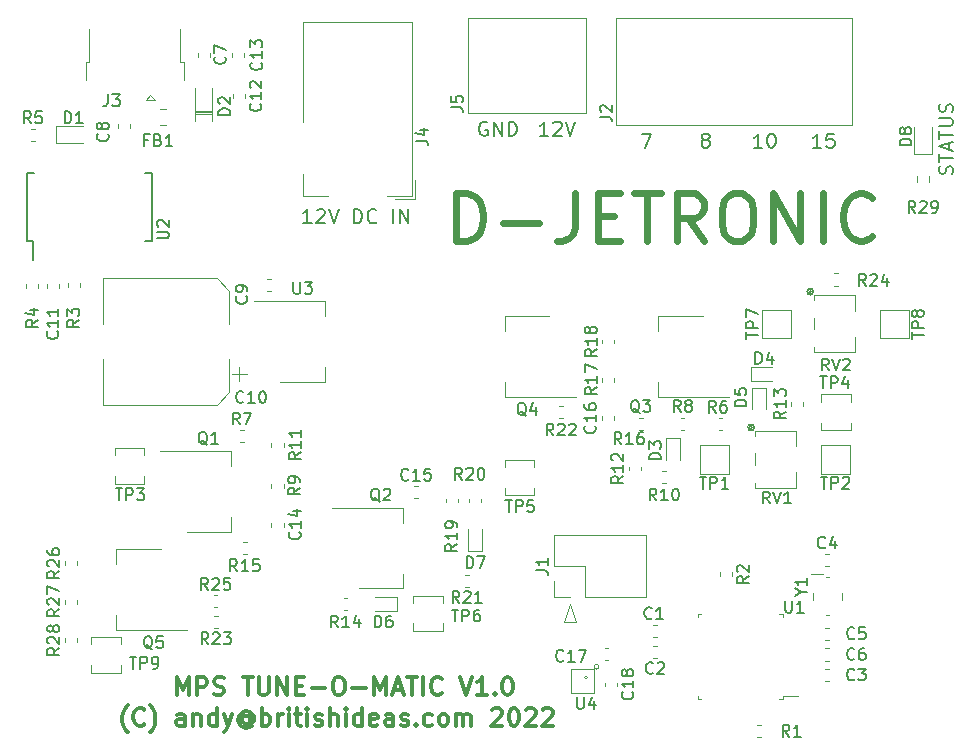
<source format=gbr>
%TF.GenerationSoftware,KiCad,Pcbnew,(5.1.12)-1*%
%TF.CreationDate,2022-11-01T09:45:00-07:00*%
%TF.ProjectId,MPS Tune-o-Matic,4d505320-5475-46e6-952d-6f2d4d617469,rev?*%
%TF.SameCoordinates,Original*%
%TF.FileFunction,Legend,Top*%
%TF.FilePolarity,Positive*%
%FSLAX46Y46*%
G04 Gerber Fmt 4.6, Leading zero omitted, Abs format (unit mm)*
G04 Created by KiCad (PCBNEW (5.1.12)-1) date 2022-11-01 09:45:00*
%MOMM*%
%LPD*%
G01*
G04 APERTURE LIST*
%ADD10C,0.200000*%
%ADD11C,0.600000*%
%ADD12C,0.120000*%
%ADD13C,0.300000*%
%ADD14C,0.150000*%
G04 APERTURE END LIST*
D10*
X131485714Y-29171428D02*
X131542857Y-29000000D01*
X131542857Y-28714285D01*
X131485714Y-28600000D01*
X131428571Y-28542857D01*
X131314285Y-28485714D01*
X131200000Y-28485714D01*
X131085714Y-28542857D01*
X131028571Y-28600000D01*
X130971428Y-28714285D01*
X130914285Y-28942857D01*
X130857142Y-29057142D01*
X130800000Y-29114285D01*
X130685714Y-29171428D01*
X130571428Y-29171428D01*
X130457142Y-29114285D01*
X130400000Y-29057142D01*
X130342857Y-28942857D01*
X130342857Y-28657142D01*
X130400000Y-28485714D01*
X130342857Y-28142857D02*
X130342857Y-27457142D01*
X131542857Y-27800000D02*
X130342857Y-27800000D01*
X131200000Y-27114285D02*
X131200000Y-26542857D01*
X131542857Y-27228571D02*
X130342857Y-26828571D01*
X131542857Y-26428571D01*
X130342857Y-26200000D02*
X130342857Y-25514285D01*
X131542857Y-25857142D02*
X130342857Y-25857142D01*
X130342857Y-25114285D02*
X131314285Y-25114285D01*
X131428571Y-25057142D01*
X131485714Y-25000000D01*
X131542857Y-24885714D01*
X131542857Y-24657142D01*
X131485714Y-24542857D01*
X131428571Y-24485714D01*
X131314285Y-24428571D01*
X130342857Y-24428571D01*
X131485714Y-23914285D02*
X131542857Y-23742857D01*
X131542857Y-23457142D01*
X131485714Y-23342857D01*
X131428571Y-23285714D01*
X131314285Y-23228571D01*
X131200000Y-23228571D01*
X131085714Y-23285714D01*
X131028571Y-23342857D01*
X130971428Y-23457142D01*
X130914285Y-23685714D01*
X130857142Y-23800000D01*
X130800000Y-23857142D01*
X130685714Y-23914285D01*
X130571428Y-23914285D01*
X130457142Y-23857142D01*
X130400000Y-23800000D01*
X130342857Y-23685714D01*
X130342857Y-23400000D01*
X130400000Y-23228571D01*
D11*
X89476190Y-34809523D02*
X89476190Y-30809523D01*
X90428571Y-30809523D01*
X91000000Y-31000000D01*
X91380952Y-31380952D01*
X91571428Y-31761904D01*
X91761904Y-32523809D01*
X91761904Y-33095238D01*
X91571428Y-33857142D01*
X91380952Y-34238095D01*
X91000000Y-34619047D01*
X90428571Y-34809523D01*
X89476190Y-34809523D01*
X93476190Y-33285714D02*
X96523809Y-33285714D01*
X99571428Y-30809523D02*
X99571428Y-33666666D01*
X99380952Y-34238095D01*
X99000000Y-34619047D01*
X98428571Y-34809523D01*
X98047619Y-34809523D01*
X101476190Y-32714285D02*
X102809523Y-32714285D01*
X103380952Y-34809523D02*
X101476190Y-34809523D01*
X101476190Y-30809523D01*
X103380952Y-30809523D01*
X104523809Y-30809523D02*
X106809523Y-30809523D01*
X105666666Y-34809523D02*
X105666666Y-30809523D01*
X110428571Y-34809523D02*
X109095238Y-32904761D01*
X108142857Y-34809523D02*
X108142857Y-30809523D01*
X109666666Y-30809523D01*
X110047619Y-31000000D01*
X110238095Y-31190476D01*
X110428571Y-31571428D01*
X110428571Y-32142857D01*
X110238095Y-32523809D01*
X110047619Y-32714285D01*
X109666666Y-32904761D01*
X108142857Y-32904761D01*
X112904761Y-30809523D02*
X113666666Y-30809523D01*
X114047619Y-31000000D01*
X114428571Y-31380952D01*
X114619047Y-32142857D01*
X114619047Y-33476190D01*
X114428571Y-34238095D01*
X114047619Y-34619047D01*
X113666666Y-34809523D01*
X112904761Y-34809523D01*
X112523809Y-34619047D01*
X112142857Y-34238095D01*
X111952380Y-33476190D01*
X111952380Y-32142857D01*
X112142857Y-31380952D01*
X112523809Y-31000000D01*
X112904761Y-30809523D01*
X116333333Y-34809523D02*
X116333333Y-30809523D01*
X118619047Y-34809523D01*
X118619047Y-30809523D01*
X120523809Y-34809523D02*
X120523809Y-30809523D01*
X124714285Y-34428571D02*
X124523809Y-34619047D01*
X123952380Y-34809523D01*
X123571428Y-34809523D01*
X123000000Y-34619047D01*
X122619047Y-34238095D01*
X122428571Y-33857142D01*
X122238095Y-33095238D01*
X122238095Y-32523809D01*
X122428571Y-31761904D01*
X122619047Y-31380952D01*
X123000000Y-31000000D01*
X123571428Y-30809523D01*
X123952380Y-30809523D01*
X124523809Y-31000000D01*
X124714285Y-31190476D01*
D10*
X77228571Y-33342857D02*
X76542857Y-33342857D01*
X76885714Y-33342857D02*
X76885714Y-32142857D01*
X76771428Y-32314285D01*
X76657142Y-32428571D01*
X76542857Y-32485714D01*
X77685714Y-32257142D02*
X77742857Y-32200000D01*
X77857142Y-32142857D01*
X78142857Y-32142857D01*
X78257142Y-32200000D01*
X78314285Y-32257142D01*
X78371428Y-32371428D01*
X78371428Y-32485714D01*
X78314285Y-32657142D01*
X77628571Y-33342857D01*
X78371428Y-33342857D01*
X78714285Y-32142857D02*
X79114285Y-33342857D01*
X79514285Y-32142857D01*
X80828571Y-33342857D02*
X80828571Y-32142857D01*
X81114285Y-32142857D01*
X81285714Y-32200000D01*
X81400000Y-32314285D01*
X81457142Y-32428571D01*
X81514285Y-32657142D01*
X81514285Y-32828571D01*
X81457142Y-33057142D01*
X81400000Y-33171428D01*
X81285714Y-33285714D01*
X81114285Y-33342857D01*
X80828571Y-33342857D01*
X82714285Y-33228571D02*
X82657142Y-33285714D01*
X82485714Y-33342857D01*
X82371428Y-33342857D01*
X82200000Y-33285714D01*
X82085714Y-33171428D01*
X82028571Y-33057142D01*
X81971428Y-32828571D01*
X81971428Y-32657142D01*
X82028571Y-32428571D01*
X82085714Y-32314285D01*
X82200000Y-32200000D01*
X82371428Y-32142857D01*
X82485714Y-32142857D01*
X82657142Y-32200000D01*
X82714285Y-32257142D01*
X84142857Y-33342857D02*
X84142857Y-32142857D01*
X84714285Y-33342857D02*
X84714285Y-32142857D01*
X85400000Y-33342857D01*
X85400000Y-32142857D01*
X120371428Y-26942857D02*
X119685714Y-26942857D01*
X120028571Y-26942857D02*
X120028571Y-25742857D01*
X119914285Y-25914285D01*
X119800000Y-26028571D01*
X119685714Y-26085714D01*
X121457142Y-25742857D02*
X120885714Y-25742857D01*
X120828571Y-26314285D01*
X120885714Y-26257142D01*
X121000000Y-26200000D01*
X121285714Y-26200000D01*
X121400000Y-26257142D01*
X121457142Y-26314285D01*
X121514285Y-26428571D01*
X121514285Y-26714285D01*
X121457142Y-26828571D01*
X121400000Y-26885714D01*
X121285714Y-26942857D01*
X121000000Y-26942857D01*
X120885714Y-26885714D01*
X120828571Y-26828571D01*
X115371428Y-26942857D02*
X114685714Y-26942857D01*
X115028571Y-26942857D02*
X115028571Y-25742857D01*
X114914285Y-25914285D01*
X114800000Y-26028571D01*
X114685714Y-26085714D01*
X116114285Y-25742857D02*
X116228571Y-25742857D01*
X116342857Y-25800000D01*
X116400000Y-25857142D01*
X116457142Y-25971428D01*
X116514285Y-26200000D01*
X116514285Y-26485714D01*
X116457142Y-26714285D01*
X116400000Y-26828571D01*
X116342857Y-26885714D01*
X116228571Y-26942857D01*
X116114285Y-26942857D01*
X116000000Y-26885714D01*
X115942857Y-26828571D01*
X115885714Y-26714285D01*
X115828571Y-26485714D01*
X115828571Y-26200000D01*
X115885714Y-25971428D01*
X115942857Y-25857142D01*
X116000000Y-25800000D01*
X116114285Y-25742857D01*
X110485714Y-26257142D02*
X110371428Y-26200000D01*
X110314285Y-26142857D01*
X110257142Y-26028571D01*
X110257142Y-25971428D01*
X110314285Y-25857142D01*
X110371428Y-25800000D01*
X110485714Y-25742857D01*
X110714285Y-25742857D01*
X110828571Y-25800000D01*
X110885714Y-25857142D01*
X110942857Y-25971428D01*
X110942857Y-26028571D01*
X110885714Y-26142857D01*
X110828571Y-26200000D01*
X110714285Y-26257142D01*
X110485714Y-26257142D01*
X110371428Y-26314285D01*
X110314285Y-26371428D01*
X110257142Y-26485714D01*
X110257142Y-26714285D01*
X110314285Y-26828571D01*
X110371428Y-26885714D01*
X110485714Y-26942857D01*
X110714285Y-26942857D01*
X110828571Y-26885714D01*
X110885714Y-26828571D01*
X110942857Y-26714285D01*
X110942857Y-26485714D01*
X110885714Y-26371428D01*
X110828571Y-26314285D01*
X110714285Y-26257142D01*
X105200000Y-25742857D02*
X106000000Y-25742857D01*
X105485714Y-26942857D01*
X97257142Y-25942857D02*
X96571428Y-25942857D01*
X96914285Y-25942857D02*
X96914285Y-24742857D01*
X96800000Y-24914285D01*
X96685714Y-25028571D01*
X96571428Y-25085714D01*
X97714285Y-24857142D02*
X97771428Y-24800000D01*
X97885714Y-24742857D01*
X98171428Y-24742857D01*
X98285714Y-24800000D01*
X98342857Y-24857142D01*
X98400000Y-24971428D01*
X98400000Y-25085714D01*
X98342857Y-25257142D01*
X97657142Y-25942857D01*
X98400000Y-25942857D01*
X98742857Y-24742857D02*
X99142857Y-25942857D01*
X99542857Y-24742857D01*
X92085714Y-24800000D02*
X91971428Y-24742857D01*
X91800000Y-24742857D01*
X91628571Y-24800000D01*
X91514285Y-24914285D01*
X91457142Y-25028571D01*
X91400000Y-25257142D01*
X91400000Y-25428571D01*
X91457142Y-25657142D01*
X91514285Y-25771428D01*
X91628571Y-25885714D01*
X91800000Y-25942857D01*
X91914285Y-25942857D01*
X92085714Y-25885714D01*
X92142857Y-25828571D01*
X92142857Y-25428571D01*
X91914285Y-25428571D01*
X92657142Y-25942857D02*
X92657142Y-24742857D01*
X93342857Y-25942857D01*
X93342857Y-24742857D01*
X93914285Y-25942857D02*
X93914285Y-24742857D01*
X94200000Y-24742857D01*
X94371428Y-24800000D01*
X94485714Y-24914285D01*
X94542857Y-25028571D01*
X94600000Y-25257142D01*
X94600000Y-25428571D01*
X94542857Y-25657142D01*
X94485714Y-25771428D01*
X94371428Y-25885714D01*
X94200000Y-25942857D01*
X93914285Y-25942857D01*
D12*
X99600000Y-67100000D02*
X99100000Y-65600000D01*
X98600000Y-67100000D02*
X99600000Y-67100000D01*
X99100000Y-65600000D02*
X98600000Y-67100000D01*
D13*
X61650000Y-76450000D02*
X61578571Y-76378571D01*
X61435714Y-76164285D01*
X61364285Y-76021428D01*
X61292857Y-75807142D01*
X61221428Y-75450000D01*
X61221428Y-75164285D01*
X61292857Y-74807142D01*
X61364285Y-74592857D01*
X61435714Y-74450000D01*
X61578571Y-74235714D01*
X61650000Y-74164285D01*
X63078571Y-75735714D02*
X63007142Y-75807142D01*
X62792857Y-75878571D01*
X62650000Y-75878571D01*
X62435714Y-75807142D01*
X62292857Y-75664285D01*
X62221428Y-75521428D01*
X62150000Y-75235714D01*
X62150000Y-75021428D01*
X62221428Y-74735714D01*
X62292857Y-74592857D01*
X62435714Y-74450000D01*
X62650000Y-74378571D01*
X62792857Y-74378571D01*
X63007142Y-74450000D01*
X63078571Y-74521428D01*
X63578571Y-76450000D02*
X63650000Y-76378571D01*
X63792857Y-76164285D01*
X63864285Y-76021428D01*
X63935714Y-75807142D01*
X64007142Y-75450000D01*
X64007142Y-75164285D01*
X63935714Y-74807142D01*
X63864285Y-74592857D01*
X63792857Y-74450000D01*
X63650000Y-74235714D01*
X63578571Y-74164285D01*
X66507142Y-75878571D02*
X66507142Y-75092857D01*
X66435714Y-74950000D01*
X66292857Y-74878571D01*
X66007142Y-74878571D01*
X65864285Y-74950000D01*
X66507142Y-75807142D02*
X66364285Y-75878571D01*
X66007142Y-75878571D01*
X65864285Y-75807142D01*
X65792857Y-75664285D01*
X65792857Y-75521428D01*
X65864285Y-75378571D01*
X66007142Y-75307142D01*
X66364285Y-75307142D01*
X66507142Y-75235714D01*
X67221428Y-74878571D02*
X67221428Y-75878571D01*
X67221428Y-75021428D02*
X67292857Y-74950000D01*
X67435714Y-74878571D01*
X67650000Y-74878571D01*
X67792857Y-74950000D01*
X67864285Y-75092857D01*
X67864285Y-75878571D01*
X69221428Y-75878571D02*
X69221428Y-74378571D01*
X69221428Y-75807142D02*
X69078571Y-75878571D01*
X68792857Y-75878571D01*
X68650000Y-75807142D01*
X68578571Y-75735714D01*
X68507142Y-75592857D01*
X68507142Y-75164285D01*
X68578571Y-75021428D01*
X68650000Y-74950000D01*
X68792857Y-74878571D01*
X69078571Y-74878571D01*
X69221428Y-74950000D01*
X69792857Y-74878571D02*
X70150000Y-75878571D01*
X70507142Y-74878571D02*
X70150000Y-75878571D01*
X70007142Y-76235714D01*
X69935714Y-76307142D01*
X69792857Y-76378571D01*
X72007142Y-75164285D02*
X71935714Y-75092857D01*
X71792857Y-75021428D01*
X71650000Y-75021428D01*
X71507142Y-75092857D01*
X71435714Y-75164285D01*
X71364285Y-75307142D01*
X71364285Y-75450000D01*
X71435714Y-75592857D01*
X71507142Y-75664285D01*
X71650000Y-75735714D01*
X71792857Y-75735714D01*
X71935714Y-75664285D01*
X72007142Y-75592857D01*
X72007142Y-75021428D02*
X72007142Y-75592857D01*
X72078571Y-75664285D01*
X72150000Y-75664285D01*
X72292857Y-75592857D01*
X72364285Y-75450000D01*
X72364285Y-75092857D01*
X72221428Y-74878571D01*
X72007142Y-74735714D01*
X71721428Y-74664285D01*
X71435714Y-74735714D01*
X71221428Y-74878571D01*
X71078571Y-75092857D01*
X71007142Y-75378571D01*
X71078571Y-75664285D01*
X71221428Y-75878571D01*
X71435714Y-76021428D01*
X71721428Y-76092857D01*
X72007142Y-76021428D01*
X72221428Y-75878571D01*
X73007142Y-75878571D02*
X73007142Y-74378571D01*
X73007142Y-74950000D02*
X73150000Y-74878571D01*
X73435714Y-74878571D01*
X73578571Y-74950000D01*
X73650000Y-75021428D01*
X73721428Y-75164285D01*
X73721428Y-75592857D01*
X73650000Y-75735714D01*
X73578571Y-75807142D01*
X73435714Y-75878571D01*
X73150000Y-75878571D01*
X73007142Y-75807142D01*
X74364285Y-75878571D02*
X74364285Y-74878571D01*
X74364285Y-75164285D02*
X74435714Y-75021428D01*
X74507142Y-74950000D01*
X74650000Y-74878571D01*
X74792857Y-74878571D01*
X75292857Y-75878571D02*
X75292857Y-74878571D01*
X75292857Y-74378571D02*
X75221428Y-74450000D01*
X75292857Y-74521428D01*
X75364285Y-74450000D01*
X75292857Y-74378571D01*
X75292857Y-74521428D01*
X75792857Y-74878571D02*
X76364285Y-74878571D01*
X76007142Y-74378571D02*
X76007142Y-75664285D01*
X76078571Y-75807142D01*
X76221428Y-75878571D01*
X76364285Y-75878571D01*
X76864285Y-75878571D02*
X76864285Y-74878571D01*
X76864285Y-74378571D02*
X76792857Y-74450000D01*
X76864285Y-74521428D01*
X76935714Y-74450000D01*
X76864285Y-74378571D01*
X76864285Y-74521428D01*
X77507142Y-75807142D02*
X77650000Y-75878571D01*
X77935714Y-75878571D01*
X78078571Y-75807142D01*
X78150000Y-75664285D01*
X78150000Y-75592857D01*
X78078571Y-75450000D01*
X77935714Y-75378571D01*
X77721428Y-75378571D01*
X77578571Y-75307142D01*
X77507142Y-75164285D01*
X77507142Y-75092857D01*
X77578571Y-74950000D01*
X77721428Y-74878571D01*
X77935714Y-74878571D01*
X78078571Y-74950000D01*
X78792857Y-75878571D02*
X78792857Y-74378571D01*
X79435714Y-75878571D02*
X79435714Y-75092857D01*
X79364285Y-74950000D01*
X79221428Y-74878571D01*
X79007142Y-74878571D01*
X78864285Y-74950000D01*
X78792857Y-75021428D01*
X80150000Y-75878571D02*
X80150000Y-74878571D01*
X80150000Y-74378571D02*
X80078571Y-74450000D01*
X80150000Y-74521428D01*
X80221428Y-74450000D01*
X80150000Y-74378571D01*
X80150000Y-74521428D01*
X81507142Y-75878571D02*
X81507142Y-74378571D01*
X81507142Y-75807142D02*
X81364285Y-75878571D01*
X81078571Y-75878571D01*
X80935714Y-75807142D01*
X80864285Y-75735714D01*
X80792857Y-75592857D01*
X80792857Y-75164285D01*
X80864285Y-75021428D01*
X80935714Y-74950000D01*
X81078571Y-74878571D01*
X81364285Y-74878571D01*
X81507142Y-74950000D01*
X82792857Y-75807142D02*
X82650000Y-75878571D01*
X82364285Y-75878571D01*
X82221428Y-75807142D01*
X82150000Y-75664285D01*
X82150000Y-75092857D01*
X82221428Y-74950000D01*
X82364285Y-74878571D01*
X82650000Y-74878571D01*
X82792857Y-74950000D01*
X82864285Y-75092857D01*
X82864285Y-75235714D01*
X82150000Y-75378571D01*
X84150000Y-75878571D02*
X84150000Y-75092857D01*
X84078571Y-74950000D01*
X83935714Y-74878571D01*
X83650000Y-74878571D01*
X83507142Y-74950000D01*
X84150000Y-75807142D02*
X84007142Y-75878571D01*
X83650000Y-75878571D01*
X83507142Y-75807142D01*
X83435714Y-75664285D01*
X83435714Y-75521428D01*
X83507142Y-75378571D01*
X83650000Y-75307142D01*
X84007142Y-75307142D01*
X84150000Y-75235714D01*
X84792857Y-75807142D02*
X84935714Y-75878571D01*
X85221428Y-75878571D01*
X85364285Y-75807142D01*
X85435714Y-75664285D01*
X85435714Y-75592857D01*
X85364285Y-75450000D01*
X85221428Y-75378571D01*
X85007142Y-75378571D01*
X84864285Y-75307142D01*
X84792857Y-75164285D01*
X84792857Y-75092857D01*
X84864285Y-74950000D01*
X85007142Y-74878571D01*
X85221428Y-74878571D01*
X85364285Y-74950000D01*
X86078571Y-75735714D02*
X86150000Y-75807142D01*
X86078571Y-75878571D01*
X86007142Y-75807142D01*
X86078571Y-75735714D01*
X86078571Y-75878571D01*
X87435714Y-75807142D02*
X87292857Y-75878571D01*
X87007142Y-75878571D01*
X86864285Y-75807142D01*
X86792857Y-75735714D01*
X86721428Y-75592857D01*
X86721428Y-75164285D01*
X86792857Y-75021428D01*
X86864285Y-74950000D01*
X87007142Y-74878571D01*
X87292857Y-74878571D01*
X87435714Y-74950000D01*
X88292857Y-75878571D02*
X88150000Y-75807142D01*
X88078571Y-75735714D01*
X88007142Y-75592857D01*
X88007142Y-75164285D01*
X88078571Y-75021428D01*
X88150000Y-74950000D01*
X88292857Y-74878571D01*
X88507142Y-74878571D01*
X88650000Y-74950000D01*
X88721428Y-75021428D01*
X88792857Y-75164285D01*
X88792857Y-75592857D01*
X88721428Y-75735714D01*
X88650000Y-75807142D01*
X88507142Y-75878571D01*
X88292857Y-75878571D01*
X89435714Y-75878571D02*
X89435714Y-74878571D01*
X89435714Y-75021428D02*
X89507142Y-74950000D01*
X89650000Y-74878571D01*
X89864285Y-74878571D01*
X90007142Y-74950000D01*
X90078571Y-75092857D01*
X90078571Y-75878571D01*
X90078571Y-75092857D02*
X90150000Y-74950000D01*
X90292857Y-74878571D01*
X90507142Y-74878571D01*
X90650000Y-74950000D01*
X90721428Y-75092857D01*
X90721428Y-75878571D01*
X92507142Y-74521428D02*
X92578571Y-74450000D01*
X92721428Y-74378571D01*
X93078571Y-74378571D01*
X93221428Y-74450000D01*
X93292857Y-74521428D01*
X93364285Y-74664285D01*
X93364285Y-74807142D01*
X93292857Y-75021428D01*
X92435714Y-75878571D01*
X93364285Y-75878571D01*
X94292857Y-74378571D02*
X94435714Y-74378571D01*
X94578571Y-74450000D01*
X94650000Y-74521428D01*
X94721428Y-74664285D01*
X94792857Y-74950000D01*
X94792857Y-75307142D01*
X94721428Y-75592857D01*
X94650000Y-75735714D01*
X94578571Y-75807142D01*
X94435714Y-75878571D01*
X94292857Y-75878571D01*
X94150000Y-75807142D01*
X94078571Y-75735714D01*
X94007142Y-75592857D01*
X93935714Y-75307142D01*
X93935714Y-74950000D01*
X94007142Y-74664285D01*
X94078571Y-74521428D01*
X94150000Y-74450000D01*
X94292857Y-74378571D01*
X95364285Y-74521428D02*
X95435714Y-74450000D01*
X95578571Y-74378571D01*
X95935714Y-74378571D01*
X96078571Y-74450000D01*
X96150000Y-74521428D01*
X96221428Y-74664285D01*
X96221428Y-74807142D01*
X96150000Y-75021428D01*
X95292857Y-75878571D01*
X96221428Y-75878571D01*
X96792857Y-74521428D02*
X96864285Y-74450000D01*
X97007142Y-74378571D01*
X97364285Y-74378571D01*
X97507142Y-74450000D01*
X97578571Y-74521428D01*
X97650000Y-74664285D01*
X97650000Y-74807142D01*
X97578571Y-75021428D01*
X96721428Y-75878571D01*
X97650000Y-75878571D01*
X65821428Y-73278571D02*
X65821428Y-71778571D01*
X66321428Y-72850000D01*
X66821428Y-71778571D01*
X66821428Y-73278571D01*
X67535714Y-73278571D02*
X67535714Y-71778571D01*
X68107142Y-71778571D01*
X68250000Y-71850000D01*
X68321428Y-71921428D01*
X68392857Y-72064285D01*
X68392857Y-72278571D01*
X68321428Y-72421428D01*
X68250000Y-72492857D01*
X68107142Y-72564285D01*
X67535714Y-72564285D01*
X68964285Y-73207142D02*
X69178571Y-73278571D01*
X69535714Y-73278571D01*
X69678571Y-73207142D01*
X69750000Y-73135714D01*
X69821428Y-72992857D01*
X69821428Y-72850000D01*
X69750000Y-72707142D01*
X69678571Y-72635714D01*
X69535714Y-72564285D01*
X69250000Y-72492857D01*
X69107142Y-72421428D01*
X69035714Y-72350000D01*
X68964285Y-72207142D01*
X68964285Y-72064285D01*
X69035714Y-71921428D01*
X69107142Y-71850000D01*
X69250000Y-71778571D01*
X69607142Y-71778571D01*
X69821428Y-71850000D01*
X71392857Y-71778571D02*
X72250000Y-71778571D01*
X71821428Y-73278571D02*
X71821428Y-71778571D01*
X72750000Y-71778571D02*
X72750000Y-72992857D01*
X72821428Y-73135714D01*
X72892857Y-73207142D01*
X73035714Y-73278571D01*
X73321428Y-73278571D01*
X73464285Y-73207142D01*
X73535714Y-73135714D01*
X73607142Y-72992857D01*
X73607142Y-71778571D01*
X74321428Y-73278571D02*
X74321428Y-71778571D01*
X75178571Y-73278571D01*
X75178571Y-71778571D01*
X75892857Y-72492857D02*
X76392857Y-72492857D01*
X76607142Y-73278571D02*
X75892857Y-73278571D01*
X75892857Y-71778571D01*
X76607142Y-71778571D01*
X77250000Y-72707142D02*
X78392857Y-72707142D01*
X79392857Y-71778571D02*
X79678571Y-71778571D01*
X79821428Y-71850000D01*
X79964285Y-71992857D01*
X80035714Y-72278571D01*
X80035714Y-72778571D01*
X79964285Y-73064285D01*
X79821428Y-73207142D01*
X79678571Y-73278571D01*
X79392857Y-73278571D01*
X79250000Y-73207142D01*
X79107142Y-73064285D01*
X79035714Y-72778571D01*
X79035714Y-72278571D01*
X79107142Y-71992857D01*
X79250000Y-71850000D01*
X79392857Y-71778571D01*
X80678571Y-72707142D02*
X81821428Y-72707142D01*
X82535714Y-73278571D02*
X82535714Y-71778571D01*
X83035714Y-72850000D01*
X83535714Y-71778571D01*
X83535714Y-73278571D01*
X84178571Y-72850000D02*
X84892857Y-72850000D01*
X84035714Y-73278571D02*
X84535714Y-71778571D01*
X85035714Y-73278571D01*
X85321428Y-71778571D02*
X86178571Y-71778571D01*
X85750000Y-73278571D02*
X85750000Y-71778571D01*
X86678571Y-73278571D02*
X86678571Y-71778571D01*
X88250000Y-73135714D02*
X88178571Y-73207142D01*
X87964285Y-73278571D01*
X87821428Y-73278571D01*
X87607142Y-73207142D01*
X87464285Y-73064285D01*
X87392857Y-72921428D01*
X87321428Y-72635714D01*
X87321428Y-72421428D01*
X87392857Y-72135714D01*
X87464285Y-71992857D01*
X87607142Y-71850000D01*
X87821428Y-71778571D01*
X87964285Y-71778571D01*
X88178571Y-71850000D01*
X88250000Y-71921428D01*
X89821428Y-71778571D02*
X90321428Y-73278571D01*
X90821428Y-71778571D01*
X92107142Y-73278571D02*
X91250000Y-73278571D01*
X91678571Y-73278571D02*
X91678571Y-71778571D01*
X91535714Y-71992857D01*
X91392857Y-72135714D01*
X91250000Y-72207142D01*
X92750000Y-73135714D02*
X92821428Y-73207142D01*
X92750000Y-73278571D01*
X92678571Y-73207142D01*
X92750000Y-73135714D01*
X92750000Y-73278571D01*
X93750000Y-71778571D02*
X93892857Y-71778571D01*
X94035714Y-71850000D01*
X94107142Y-71921428D01*
X94178571Y-72064285D01*
X94250000Y-72350000D01*
X94250000Y-72707142D01*
X94178571Y-72992857D01*
X94107142Y-73135714D01*
X94035714Y-73207142D01*
X93892857Y-73278571D01*
X93750000Y-73278571D01*
X93607142Y-73207142D01*
X93535714Y-73135714D01*
X93464285Y-72992857D01*
X93392857Y-72707142D01*
X93392857Y-72350000D01*
X93464285Y-72064285D01*
X93535714Y-71921428D01*
X93607142Y-71850000D01*
X93750000Y-71778571D01*
D12*
%TO.C,U4*%
X99165000Y-71105000D02*
X101165000Y-71105000D01*
X101165000Y-71105000D02*
X101165000Y-73105000D01*
X101165000Y-73105000D02*
X99165000Y-73105000D01*
X99165000Y-73105000D02*
X99165000Y-71105000D01*
X101565000Y-70905000D02*
G75*
G03*
X101565000Y-70905000I-200000J0D01*
G01*
X100565000Y-71805000D02*
G75*
G03*
X100565000Y-71805000I-100000J0D01*
G01*
%TO.C,C18*%
X103110000Y-72234420D02*
X103110000Y-72515580D01*
X102090000Y-72234420D02*
X102090000Y-72515580D01*
%TO.C,C17*%
X102034420Y-69290000D02*
X102315580Y-69290000D01*
X102034420Y-70310000D02*
X102315580Y-70310000D01*
%TO.C,R29*%
X128477500Y-29837258D02*
X128477500Y-29362742D01*
X129522500Y-29837258D02*
X129522500Y-29362742D01*
%TO.C,D8*%
X128265000Y-25212500D02*
X128265000Y-27497500D01*
X128265000Y-27497500D02*
X129735000Y-27497500D01*
X129735000Y-27497500D02*
X129735000Y-25212500D01*
%TO.C,J5*%
X90500000Y-24000000D02*
X100500000Y-24000000D01*
X100500000Y-24000000D02*
X100500000Y-16000000D01*
X100500000Y-16000000D02*
X90500000Y-16000000D01*
X90500000Y-16000000D02*
X90500000Y-24000000D01*
%TO.C,J4*%
X76500000Y-24800000D02*
X76500000Y-16300000D01*
X76500000Y-16300000D02*
X85700000Y-16300000D01*
X85700000Y-16300000D02*
X85700000Y-31000000D01*
X78600000Y-31000000D02*
X76500000Y-31000000D01*
X76500000Y-31000000D02*
X76500000Y-29200000D01*
X84300000Y-31300000D02*
X86000000Y-31300000D01*
X86000000Y-31300000D02*
X86000000Y-29700000D01*
X85700000Y-31000000D02*
X83600000Y-31000000D01*
%TO.C,J2*%
X103000000Y-25000000D02*
X123000000Y-25000000D01*
X123000000Y-25000000D02*
X123000000Y-16000000D01*
X123000000Y-16000000D02*
X103000000Y-16000000D01*
X103000000Y-16000000D02*
X103000000Y-25000000D01*
%TO.C,TP8*%
X125400000Y-40650000D02*
X127800000Y-40650000D01*
X125400000Y-43050000D02*
X125400000Y-40650000D01*
X127800000Y-43050000D02*
X125400000Y-43050000D01*
X127800000Y-40650000D02*
X127800000Y-43050000D01*
%TO.C,TP7*%
X117800000Y-43050000D02*
X115400000Y-43050000D01*
X117800000Y-40650000D02*
X117800000Y-43050000D01*
X115400000Y-40650000D02*
X117800000Y-40650000D01*
X115400000Y-43050000D02*
X115400000Y-40650000D01*
%TO.C,TP2*%
X122800000Y-52150000D02*
X122800000Y-54550000D01*
X120400000Y-52150000D02*
X122800000Y-52150000D01*
X120400000Y-54550000D02*
X120400000Y-52150000D01*
X122800000Y-54550000D02*
X120400000Y-54550000D01*
%TO.C,TP1*%
X112550000Y-52150000D02*
X112550000Y-54550000D01*
X110150000Y-52150000D02*
X112550000Y-52150000D01*
X110150000Y-54550000D02*
X110150000Y-52150000D01*
X112550000Y-54550000D02*
X110150000Y-54550000D01*
%TO.C,C1*%
X106475279Y-67340000D02*
X106149721Y-67340000D01*
X106475279Y-68360000D02*
X106149721Y-68360000D01*
%TO.C,C12*%
X70590000Y-22399721D02*
X70590000Y-22725279D01*
X71610000Y-22399721D02*
X71610000Y-22725279D01*
%TO.C,J3*%
X63575000Y-22465000D02*
X63975000Y-22915000D01*
X63975000Y-22915000D02*
X63175000Y-22915000D01*
X63175000Y-22915000D02*
X63575000Y-22465000D01*
X58425000Y-16865000D02*
X58425000Y-19665000D01*
X58425000Y-19665000D02*
X58125000Y-19665000D01*
X58125000Y-19665000D02*
X58125000Y-21215000D01*
X66125000Y-16865000D02*
X66125000Y-19665000D01*
X66425000Y-19665000D02*
X66125000Y-19665000D01*
X66425000Y-19665000D02*
X66425000Y-21215000D01*
%TO.C,Y1*%
X120500000Y-63050000D02*
X119550000Y-63050000D01*
X119650000Y-64650000D02*
X119650000Y-65250000D01*
X120800000Y-66500000D02*
X121000000Y-66500000D01*
X122150000Y-65250000D02*
X122150000Y-64650000D01*
X121000000Y-63300000D02*
X120800000Y-63300000D01*
%TO.C,U3*%
X72350000Y-39940000D02*
X78360000Y-39940000D01*
X74600000Y-46760000D02*
X78360000Y-46760000D01*
X78360000Y-39940000D02*
X78360000Y-41200000D01*
X78360000Y-46760000D02*
X78360000Y-45500000D01*
D14*
%TO.C,U2*%
X53675000Y-34825000D02*
X53675000Y-36425000D01*
X63750000Y-34825000D02*
X63750000Y-29075000D01*
X53100000Y-34825000D02*
X53100000Y-29075000D01*
X63750000Y-34825000D02*
X63100000Y-34825000D01*
X63750000Y-29075000D02*
X63100000Y-29075000D01*
X53100000Y-29075000D02*
X53750000Y-29075000D01*
X53100000Y-34825000D02*
X53675000Y-34825000D01*
D12*
%TO.C,U1*%
X117135000Y-73333400D02*
X118450000Y-73333400D01*
X117135000Y-73633400D02*
X117135000Y-73333400D01*
X116835000Y-73633400D02*
X117135000Y-73633400D01*
X109915000Y-73633400D02*
X109915000Y-73333400D01*
X110215000Y-73633400D02*
X109915000Y-73633400D01*
X117135000Y-66413400D02*
X117135000Y-66713400D01*
X116835000Y-66413400D02*
X117135000Y-66413400D01*
X109915000Y-66413400D02*
X109915000Y-66713400D01*
X110215000Y-66413400D02*
X109915000Y-66413400D01*
%TO.C,TP6*%
X88330000Y-67879200D02*
X88330000Y-67213600D01*
X85830000Y-64879200D02*
X85830000Y-65486400D01*
X85830000Y-67213600D02*
X85830000Y-67879200D01*
X88330000Y-64879200D02*
X85830000Y-64879200D01*
X88330000Y-65486400D02*
X88330000Y-64879200D01*
X85830000Y-67879200D02*
X88330000Y-67879200D01*
%TO.C,TP3*%
X63080000Y-55379200D02*
X63080000Y-54713600D01*
X60580000Y-52379200D02*
X60580000Y-52986400D01*
X60580000Y-54713600D02*
X60580000Y-55379200D01*
X63080000Y-52379200D02*
X60580000Y-52379200D01*
X63080000Y-52986400D02*
X63080000Y-52379200D01*
X60580000Y-55379200D02*
X63080000Y-55379200D01*
%TO.C,TP5*%
X93580000Y-56379200D02*
X96080000Y-56379200D01*
X96080000Y-53986400D02*
X96080000Y-53379200D01*
X96080000Y-53379200D02*
X93580000Y-53379200D01*
X93580000Y-55713600D02*
X93580000Y-56379200D01*
X93580000Y-53379200D02*
X93580000Y-53986400D01*
X96080000Y-56379200D02*
X96080000Y-55713600D01*
%TO.C,TP9*%
X61080000Y-71379200D02*
X61080000Y-70713600D01*
X58580000Y-68379200D02*
X58580000Y-68986400D01*
X58580000Y-70713600D02*
X58580000Y-71379200D01*
X61080000Y-68379200D02*
X58580000Y-68379200D01*
X61080000Y-68986400D02*
X61080000Y-68379200D01*
X58580000Y-71379200D02*
X61080000Y-71379200D01*
%TO.C,TP4*%
X122870000Y-47820800D02*
X120370000Y-47820800D01*
X120370000Y-50213600D02*
X120370000Y-50820800D01*
X120370000Y-50820800D02*
X122870000Y-50820800D01*
X122870000Y-48486400D02*
X122870000Y-47820800D01*
X122870000Y-50820800D02*
X122870000Y-50213600D01*
X120370000Y-47820800D02*
X120370000Y-48486400D01*
%TO.C,RV2*%
X119750000Y-39430000D02*
X123250000Y-39430000D01*
X123250000Y-42930000D02*
X123250000Y-44230000D01*
X123250000Y-44230000D02*
X119750000Y-44230000D01*
X119750000Y-44230000D02*
X119750000Y-43830000D01*
X123250000Y-39430000D02*
X123250000Y-40730000D01*
X119750000Y-39430000D02*
X119750000Y-39830000D01*
X119750000Y-41330000D02*
X119750000Y-42330000D01*
X119750000Y-39130000D02*
G75*
G03*
X119750000Y-39130000I-300000J0D01*
G01*
X119650000Y-39130000D02*
G75*
G03*
X119650000Y-39130000I-200000J0D01*
G01*
X119550000Y-39130000D02*
G75*
G03*
X119550000Y-39130000I-100000J0D01*
G01*
X119650000Y-39130000D02*
G75*
G03*
X119650000Y-39130000I-200000J0D01*
G01*
X119550000Y-39130000D02*
G75*
G03*
X119550000Y-39130000I-100000J0D01*
G01*
X119450000Y-39330000D02*
X119450000Y-39030000D01*
%TO.C,RV1*%
X114450000Y-50830000D02*
X114450000Y-50530000D01*
X114550000Y-50630000D02*
G75*
G03*
X114550000Y-50630000I-100000J0D01*
G01*
X114650000Y-50630000D02*
G75*
G03*
X114650000Y-50630000I-200000J0D01*
G01*
X114550000Y-50630000D02*
G75*
G03*
X114550000Y-50630000I-100000J0D01*
G01*
X114650000Y-50630000D02*
G75*
G03*
X114650000Y-50630000I-200000J0D01*
G01*
X114750000Y-50630000D02*
G75*
G03*
X114750000Y-50630000I-300000J0D01*
G01*
X114750000Y-52830000D02*
X114750000Y-53830000D01*
X114750000Y-50930000D02*
X114750000Y-51330000D01*
X118250000Y-50930000D02*
X118250000Y-52230000D01*
X114750000Y-55730000D02*
X114750000Y-55330000D01*
X118250000Y-55730000D02*
X114750000Y-55730000D01*
X118250000Y-54430000D02*
X118250000Y-55730000D01*
X114750000Y-50930000D02*
X118250000Y-50930000D01*
%TO.C,R28*%
X57360000Y-68800279D02*
X57360000Y-68474721D01*
X56340000Y-68800279D02*
X56340000Y-68474721D01*
%TO.C,R27*%
X57360000Y-65550279D02*
X57360000Y-65224721D01*
X56340000Y-65550279D02*
X56340000Y-65224721D01*
%TO.C,R26*%
X57360000Y-62300279D02*
X57360000Y-61974721D01*
X56340000Y-62300279D02*
X56340000Y-61974721D01*
%TO.C,R25*%
X68937221Y-65860000D02*
X69262779Y-65860000D01*
X68937221Y-64840000D02*
X69262779Y-64840000D01*
%TO.C,R23*%
X69300279Y-66590000D02*
X68974721Y-66590000D01*
X69300279Y-67610000D02*
X68974721Y-67610000D01*
%TO.C,R24*%
X121474721Y-38610000D02*
X121800279Y-38610000D01*
X121474721Y-37590000D02*
X121800279Y-37590000D01*
%TO.C,R22*%
X98187221Y-48840000D02*
X98512779Y-48840000D01*
X98187221Y-49860000D02*
X98512779Y-49860000D01*
%TO.C,R21*%
X90550279Y-63090000D02*
X90224721Y-63090000D01*
X90550279Y-64110000D02*
X90224721Y-64110000D01*
%TO.C,R20*%
X90590000Y-56649721D02*
X90590000Y-56975279D01*
X91610000Y-56649721D02*
X91610000Y-56975279D01*
%TO.C,R19*%
X88590000Y-56649721D02*
X88590000Y-56975279D01*
X89610000Y-56649721D02*
X89610000Y-56975279D01*
%TO.C,R18*%
X101840000Y-43512779D02*
X101840000Y-43187221D01*
X102860000Y-43512779D02*
X102860000Y-43187221D01*
%TO.C,R17*%
X101840000Y-46762779D02*
X101840000Y-46437221D01*
X102860000Y-46762779D02*
X102860000Y-46437221D01*
%TO.C,R16*%
X105300279Y-50860000D02*
X104974721Y-50860000D01*
X105300279Y-49840000D02*
X104974721Y-49840000D01*
%TO.C,R15*%
X71399721Y-61360000D02*
X71725279Y-61360000D01*
X71399721Y-60340000D02*
X71725279Y-60340000D01*
%TO.C,R14*%
X79937221Y-66110000D02*
X80262779Y-66110000D01*
X79937221Y-65090000D02*
X80262779Y-65090000D01*
%TO.C,R13*%
X117840000Y-48800279D02*
X117840000Y-48474721D01*
X118860000Y-48800279D02*
X118860000Y-48474721D01*
%TO.C,R12*%
X104090000Y-54262779D02*
X104090000Y-53937221D01*
X105110000Y-54262779D02*
X105110000Y-53937221D01*
%TO.C,R11*%
X74860000Y-52300279D02*
X74860000Y-51974721D01*
X73840000Y-52300279D02*
X73840000Y-51974721D01*
%TO.C,R10*%
X106899721Y-54340000D02*
X107225279Y-54340000D01*
X106899721Y-55360000D02*
X107225279Y-55360000D01*
%TO.C,R9*%
X73840000Y-55399721D02*
X73840000Y-55725279D01*
X74860000Y-55399721D02*
X74860000Y-55725279D01*
%TO.C,R8*%
X108800279Y-50860000D02*
X108474721Y-50860000D01*
X108800279Y-49840000D02*
X108474721Y-49840000D01*
%TO.C,R7*%
X71149721Y-51860000D02*
X71475279Y-51860000D01*
X71149721Y-50840000D02*
X71475279Y-50840000D01*
%TO.C,R6*%
X111687221Y-49840000D02*
X112012779Y-49840000D01*
X111687221Y-50860000D02*
X112012779Y-50860000D01*
%TO.C,R5*%
X53474721Y-26360000D02*
X53800279Y-26360000D01*
X53474721Y-25340000D02*
X53800279Y-25340000D01*
%TO.C,R4*%
X54110000Y-38800279D02*
X54110000Y-38474721D01*
X53090000Y-38800279D02*
X53090000Y-38474721D01*
%TO.C,R3*%
X57610000Y-38762779D02*
X57610000Y-38437221D01*
X56590000Y-38762779D02*
X56590000Y-38437221D01*
%TO.C,R2*%
X111840000Y-62899721D02*
X111840000Y-63225279D01*
X112860000Y-62899721D02*
X112860000Y-63225279D01*
%TO.C,R1*%
X115300279Y-75840000D02*
X114974721Y-75840000D01*
X115300279Y-76860000D02*
X114974721Y-76860000D01*
%TO.C,Q5*%
X66700000Y-67760000D02*
X60690000Y-67760000D01*
X64450000Y-60940000D02*
X60690000Y-60940000D01*
X60690000Y-67760000D02*
X60690000Y-66500000D01*
X60690000Y-60940000D02*
X60690000Y-62200000D01*
%TO.C,Q4*%
X93590000Y-41190000D02*
X93590000Y-42450000D01*
X93590000Y-48010000D02*
X93590000Y-46750000D01*
X97350000Y-41190000D02*
X93590000Y-41190000D01*
X99600000Y-48010000D02*
X93590000Y-48010000D01*
%TO.C,Q3*%
X106590000Y-41190000D02*
X106590000Y-42450000D01*
X106590000Y-48010000D02*
X106590000Y-46750000D01*
X110350000Y-41190000D02*
X106590000Y-41190000D01*
X112600000Y-48010000D02*
X106590000Y-48010000D01*
%TO.C,Q2*%
X79000000Y-57440000D02*
X85010000Y-57440000D01*
X81250000Y-64260000D02*
X85010000Y-64260000D01*
X85010000Y-57440000D02*
X85010000Y-58700000D01*
X85010000Y-64260000D02*
X85010000Y-63000000D01*
%TO.C,Q1*%
X64400000Y-52640000D02*
X70410000Y-52640000D01*
X66650000Y-59460000D02*
X70410000Y-59460000D01*
X70410000Y-52640000D02*
X70410000Y-53900000D01*
X70410000Y-59460000D02*
X70410000Y-58200000D01*
%TO.C,J1*%
X97770000Y-64970000D02*
X97770000Y-63640000D01*
X99100000Y-64970000D02*
X97770000Y-64970000D01*
X97770000Y-62370000D02*
X97770000Y-59770000D01*
X100370000Y-62370000D02*
X97770000Y-62370000D01*
X100370000Y-64970000D02*
X100370000Y-62370000D01*
X97770000Y-59770000D02*
X105510000Y-59770000D01*
X100370000Y-64970000D02*
X105510000Y-64970000D01*
X105510000Y-64970000D02*
X105510000Y-59770000D01*
%TO.C,FB1*%
X64403922Y-23640000D02*
X64921078Y-23640000D01*
X64403922Y-25060000D02*
X64921078Y-25060000D01*
%TO.C,D7*%
X91700000Y-59200000D02*
X91700000Y-61050000D01*
X90500000Y-59200000D02*
X90500000Y-61050000D01*
X90500000Y-61050000D02*
X91700000Y-61050000D01*
%TO.C,D6*%
X82600000Y-65000000D02*
X84450000Y-65000000D01*
X82600000Y-66200000D02*
X84450000Y-66200000D01*
X84450000Y-66200000D02*
X84450000Y-65000000D01*
%TO.C,D5*%
X115700000Y-47250000D02*
X114500000Y-47250000D01*
X115700000Y-49100000D02*
X115700000Y-47250000D01*
X114500000Y-49100000D02*
X114500000Y-47250000D01*
%TO.C,D4*%
X114400000Y-45500000D02*
X114400000Y-46700000D01*
X116250000Y-45500000D02*
X114400000Y-45500000D01*
X116250000Y-46700000D02*
X114400000Y-46700000D01*
%TO.C,D3*%
X108450000Y-51500000D02*
X107250000Y-51500000D01*
X108450000Y-53350000D02*
X108450000Y-51500000D01*
X107250000Y-53350000D02*
X107250000Y-51500000D01*
%TO.C,D2*%
X68800000Y-24650000D02*
X68800000Y-21850000D01*
X67400000Y-21850000D02*
X67400000Y-24650000D01*
X67400000Y-24050000D02*
X68800000Y-24050000D01*
X68800000Y-24050000D02*
X68800000Y-23950000D01*
X68800000Y-23950000D02*
X67400000Y-23950000D01*
X67400000Y-23950000D02*
X67400000Y-23850000D01*
X67400000Y-23850000D02*
X68800000Y-23850000D01*
%TO.C,D1*%
X55577500Y-26585000D02*
X57862500Y-26585000D01*
X55577500Y-25115000D02*
X55577500Y-26585000D01*
X57862500Y-25115000D02*
X55577500Y-25115000D01*
%TO.C,C16*%
X101840000Y-49975279D02*
X101840000Y-49649721D01*
X102860000Y-49975279D02*
X102860000Y-49649721D01*
%TO.C,C15*%
X85899721Y-56610000D02*
X86225279Y-56610000D01*
X85899721Y-55590000D02*
X86225279Y-55590000D01*
%TO.C,C14*%
X73840000Y-58724721D02*
X73840000Y-59050279D01*
X74860000Y-58724721D02*
X74860000Y-59050279D01*
%TO.C,C13*%
X70515000Y-19225279D02*
X70515000Y-18899721D01*
X71535000Y-19225279D02*
X71535000Y-18899721D01*
%TO.C,C10*%
X71125000Y-46735000D02*
X71125000Y-45485000D01*
X71750000Y-46110000D02*
X70500000Y-46110000D01*
X70260000Y-39054437D02*
X69195563Y-37990000D01*
X70260000Y-47645563D02*
X69195563Y-48710000D01*
X70260000Y-47645563D02*
X70260000Y-44860000D01*
X70260000Y-39054437D02*
X70260000Y-41840000D01*
X69195563Y-37990000D02*
X59540000Y-37990000D01*
X69195563Y-48710000D02*
X59540000Y-48710000D01*
X59540000Y-48710000D02*
X59540000Y-44860000D01*
X59540000Y-37990000D02*
X59540000Y-41840000D01*
%TO.C,C9*%
X73474721Y-39110000D02*
X73800279Y-39110000D01*
X73474721Y-38090000D02*
X73800279Y-38090000D01*
%TO.C,C11*%
X55860000Y-38800279D02*
X55860000Y-38474721D01*
X54840000Y-38800279D02*
X54840000Y-38474721D01*
%TO.C,C8*%
X61860000Y-25300279D02*
X61860000Y-24974721D01*
X60840000Y-25300279D02*
X60840000Y-24974721D01*
%TO.C,C7*%
X67590000Y-18899721D02*
X67590000Y-19225279D01*
X68610000Y-18899721D02*
X68610000Y-19225279D01*
%TO.C,C6*%
X120724721Y-70360000D02*
X121050279Y-70360000D01*
X120724721Y-69340000D02*
X121050279Y-69340000D01*
%TO.C,C5*%
X120724721Y-68610000D02*
X121050279Y-68610000D01*
X120724721Y-67590000D02*
X121050279Y-67590000D01*
%TO.C,C4*%
X120724721Y-62360000D02*
X121050279Y-62360000D01*
X120724721Y-61340000D02*
X121050279Y-61340000D01*
%TO.C,C3*%
X120724721Y-72110000D02*
X121050279Y-72110000D01*
X120724721Y-71090000D02*
X121050279Y-71090000D01*
%TO.C,C2*%
X106475279Y-69090000D02*
X106149721Y-69090000D01*
X106475279Y-70110000D02*
X106149721Y-70110000D01*
%TO.C,U4*%
D14*
X99703095Y-73457380D02*
X99703095Y-74266904D01*
X99750714Y-74362142D01*
X99798333Y-74409761D01*
X99893571Y-74457380D01*
X100084047Y-74457380D01*
X100179285Y-74409761D01*
X100226904Y-74362142D01*
X100274523Y-74266904D01*
X100274523Y-73457380D01*
X101179285Y-73790714D02*
X101179285Y-74457380D01*
X100941190Y-73409761D02*
X100703095Y-74124047D01*
X101322142Y-74124047D01*
%TO.C,C18*%
X104387142Y-73017857D02*
X104434761Y-73065476D01*
X104482380Y-73208333D01*
X104482380Y-73303571D01*
X104434761Y-73446428D01*
X104339523Y-73541666D01*
X104244285Y-73589285D01*
X104053809Y-73636904D01*
X103910952Y-73636904D01*
X103720476Y-73589285D01*
X103625238Y-73541666D01*
X103530000Y-73446428D01*
X103482380Y-73303571D01*
X103482380Y-73208333D01*
X103530000Y-73065476D01*
X103577619Y-73017857D01*
X104482380Y-72065476D02*
X104482380Y-72636904D01*
X104482380Y-72351190D02*
X103482380Y-72351190D01*
X103625238Y-72446428D01*
X103720476Y-72541666D01*
X103768095Y-72636904D01*
X103910952Y-71494047D02*
X103863333Y-71589285D01*
X103815714Y-71636904D01*
X103720476Y-71684523D01*
X103672857Y-71684523D01*
X103577619Y-71636904D01*
X103530000Y-71589285D01*
X103482380Y-71494047D01*
X103482380Y-71303571D01*
X103530000Y-71208333D01*
X103577619Y-71160714D01*
X103672857Y-71113095D01*
X103720476Y-71113095D01*
X103815714Y-71160714D01*
X103863333Y-71208333D01*
X103910952Y-71303571D01*
X103910952Y-71494047D01*
X103958571Y-71589285D01*
X104006190Y-71636904D01*
X104101428Y-71684523D01*
X104291904Y-71684523D01*
X104387142Y-71636904D01*
X104434761Y-71589285D01*
X104482380Y-71494047D01*
X104482380Y-71303571D01*
X104434761Y-71208333D01*
X104387142Y-71160714D01*
X104291904Y-71113095D01*
X104101428Y-71113095D01*
X104006190Y-71160714D01*
X103958571Y-71208333D01*
X103910952Y-71303571D01*
%TO.C,C17*%
X98557142Y-70357142D02*
X98509523Y-70404761D01*
X98366666Y-70452380D01*
X98271428Y-70452380D01*
X98128571Y-70404761D01*
X98033333Y-70309523D01*
X97985714Y-70214285D01*
X97938095Y-70023809D01*
X97938095Y-69880952D01*
X97985714Y-69690476D01*
X98033333Y-69595238D01*
X98128571Y-69500000D01*
X98271428Y-69452380D01*
X98366666Y-69452380D01*
X98509523Y-69500000D01*
X98557142Y-69547619D01*
X99509523Y-70452380D02*
X98938095Y-70452380D01*
X99223809Y-70452380D02*
X99223809Y-69452380D01*
X99128571Y-69595238D01*
X99033333Y-69690476D01*
X98938095Y-69738095D01*
X99842857Y-69452380D02*
X100509523Y-69452380D01*
X100080952Y-70452380D01*
%TO.C,R29*%
X128357142Y-32452380D02*
X128023809Y-31976190D01*
X127785714Y-32452380D02*
X127785714Y-31452380D01*
X128166666Y-31452380D01*
X128261904Y-31500000D01*
X128309523Y-31547619D01*
X128357142Y-31642857D01*
X128357142Y-31785714D01*
X128309523Y-31880952D01*
X128261904Y-31928571D01*
X128166666Y-31976190D01*
X127785714Y-31976190D01*
X128738095Y-31547619D02*
X128785714Y-31500000D01*
X128880952Y-31452380D01*
X129119047Y-31452380D01*
X129214285Y-31500000D01*
X129261904Y-31547619D01*
X129309523Y-31642857D01*
X129309523Y-31738095D01*
X129261904Y-31880952D01*
X128690476Y-32452380D01*
X129309523Y-32452380D01*
X129785714Y-32452380D02*
X129976190Y-32452380D01*
X130071428Y-32404761D01*
X130119047Y-32357142D01*
X130214285Y-32214285D01*
X130261904Y-32023809D01*
X130261904Y-31642857D01*
X130214285Y-31547619D01*
X130166666Y-31500000D01*
X130071428Y-31452380D01*
X129880952Y-31452380D01*
X129785714Y-31500000D01*
X129738095Y-31547619D01*
X129690476Y-31642857D01*
X129690476Y-31880952D01*
X129738095Y-31976190D01*
X129785714Y-32023809D01*
X129880952Y-32071428D01*
X130071428Y-32071428D01*
X130166666Y-32023809D01*
X130214285Y-31976190D01*
X130261904Y-31880952D01*
%TO.C,D8*%
X128022380Y-26750595D02*
X127022380Y-26750595D01*
X127022380Y-26512500D01*
X127070000Y-26369642D01*
X127165238Y-26274404D01*
X127260476Y-26226785D01*
X127450952Y-26179166D01*
X127593809Y-26179166D01*
X127784285Y-26226785D01*
X127879523Y-26274404D01*
X127974761Y-26369642D01*
X128022380Y-26512500D01*
X128022380Y-26750595D01*
X127450952Y-25607738D02*
X127403333Y-25702976D01*
X127355714Y-25750595D01*
X127260476Y-25798214D01*
X127212857Y-25798214D01*
X127117619Y-25750595D01*
X127070000Y-25702976D01*
X127022380Y-25607738D01*
X127022380Y-25417261D01*
X127070000Y-25322023D01*
X127117619Y-25274404D01*
X127212857Y-25226785D01*
X127260476Y-25226785D01*
X127355714Y-25274404D01*
X127403333Y-25322023D01*
X127450952Y-25417261D01*
X127450952Y-25607738D01*
X127498571Y-25702976D01*
X127546190Y-25750595D01*
X127641428Y-25798214D01*
X127831904Y-25798214D01*
X127927142Y-25750595D01*
X127974761Y-25702976D01*
X128022380Y-25607738D01*
X128022380Y-25417261D01*
X127974761Y-25322023D01*
X127927142Y-25274404D01*
X127831904Y-25226785D01*
X127641428Y-25226785D01*
X127546190Y-25274404D01*
X127498571Y-25322023D01*
X127450952Y-25417261D01*
%TO.C,J5*%
X89052380Y-23533333D02*
X89766666Y-23533333D01*
X89909523Y-23580952D01*
X90004761Y-23676190D01*
X90052380Y-23819047D01*
X90052380Y-23914285D01*
X89052380Y-22580952D02*
X89052380Y-23057142D01*
X89528571Y-23104761D01*
X89480952Y-23057142D01*
X89433333Y-22961904D01*
X89433333Y-22723809D01*
X89480952Y-22628571D01*
X89528571Y-22580952D01*
X89623809Y-22533333D01*
X89861904Y-22533333D01*
X89957142Y-22580952D01*
X90004761Y-22628571D01*
X90052380Y-22723809D01*
X90052380Y-22961904D01*
X90004761Y-23057142D01*
X89957142Y-23104761D01*
%TO.C,J4*%
X86052380Y-26333333D02*
X86766666Y-26333333D01*
X86909523Y-26380952D01*
X87004761Y-26476190D01*
X87052380Y-26619047D01*
X87052380Y-26714285D01*
X86385714Y-25428571D02*
X87052380Y-25428571D01*
X86004761Y-25666666D02*
X86719047Y-25904761D01*
X86719047Y-25285714D01*
%TO.C,J2*%
X101652380Y-24333333D02*
X102366666Y-24333333D01*
X102509523Y-24380952D01*
X102604761Y-24476190D01*
X102652380Y-24619047D01*
X102652380Y-24714285D01*
X101747619Y-23904761D02*
X101700000Y-23857142D01*
X101652380Y-23761904D01*
X101652380Y-23523809D01*
X101700000Y-23428571D01*
X101747619Y-23380952D01*
X101842857Y-23333333D01*
X101938095Y-23333333D01*
X102080952Y-23380952D01*
X102652380Y-23952380D01*
X102652380Y-23333333D01*
%TO.C,TP8*%
X128050380Y-43111904D02*
X128050380Y-42540476D01*
X129050380Y-42826190D02*
X128050380Y-42826190D01*
X129050380Y-42207142D02*
X128050380Y-42207142D01*
X128050380Y-41826190D01*
X128098000Y-41730952D01*
X128145619Y-41683333D01*
X128240857Y-41635714D01*
X128383714Y-41635714D01*
X128478952Y-41683333D01*
X128526571Y-41730952D01*
X128574190Y-41826190D01*
X128574190Y-42207142D01*
X128478952Y-41064285D02*
X128431333Y-41159523D01*
X128383714Y-41207142D01*
X128288476Y-41254761D01*
X128240857Y-41254761D01*
X128145619Y-41207142D01*
X128098000Y-41159523D01*
X128050380Y-41064285D01*
X128050380Y-40873809D01*
X128098000Y-40778571D01*
X128145619Y-40730952D01*
X128240857Y-40683333D01*
X128288476Y-40683333D01*
X128383714Y-40730952D01*
X128431333Y-40778571D01*
X128478952Y-40873809D01*
X128478952Y-41064285D01*
X128526571Y-41159523D01*
X128574190Y-41207142D01*
X128669428Y-41254761D01*
X128859904Y-41254761D01*
X128955142Y-41207142D01*
X129002761Y-41159523D01*
X129050380Y-41064285D01*
X129050380Y-40873809D01*
X129002761Y-40778571D01*
X128955142Y-40730952D01*
X128859904Y-40683333D01*
X128669428Y-40683333D01*
X128574190Y-40730952D01*
X128526571Y-40778571D01*
X128478952Y-40873809D01*
%TO.C,TP7*%
X114054380Y-43111904D02*
X114054380Y-42540476D01*
X115054380Y-42826190D02*
X114054380Y-42826190D01*
X115054380Y-42207142D02*
X114054380Y-42207142D01*
X114054380Y-41826190D01*
X114102000Y-41730952D01*
X114149619Y-41683333D01*
X114244857Y-41635714D01*
X114387714Y-41635714D01*
X114482952Y-41683333D01*
X114530571Y-41730952D01*
X114578190Y-41826190D01*
X114578190Y-42207142D01*
X114054380Y-41302380D02*
X114054380Y-40635714D01*
X115054380Y-41064285D01*
%TO.C,TP2*%
X120338095Y-54800380D02*
X120909523Y-54800380D01*
X120623809Y-55800380D02*
X120623809Y-54800380D01*
X121242857Y-55800380D02*
X121242857Y-54800380D01*
X121623809Y-54800380D01*
X121719047Y-54848000D01*
X121766666Y-54895619D01*
X121814285Y-54990857D01*
X121814285Y-55133714D01*
X121766666Y-55228952D01*
X121719047Y-55276571D01*
X121623809Y-55324190D01*
X121242857Y-55324190D01*
X122195238Y-54895619D02*
X122242857Y-54848000D01*
X122338095Y-54800380D01*
X122576190Y-54800380D01*
X122671428Y-54848000D01*
X122719047Y-54895619D01*
X122766666Y-54990857D01*
X122766666Y-55086095D01*
X122719047Y-55228952D01*
X122147619Y-55800380D01*
X122766666Y-55800380D01*
%TO.C,TP1*%
X110088095Y-54800380D02*
X110659523Y-54800380D01*
X110373809Y-55800380D02*
X110373809Y-54800380D01*
X110992857Y-55800380D02*
X110992857Y-54800380D01*
X111373809Y-54800380D01*
X111469047Y-54848000D01*
X111516666Y-54895619D01*
X111564285Y-54990857D01*
X111564285Y-55133714D01*
X111516666Y-55228952D01*
X111469047Y-55276571D01*
X111373809Y-55324190D01*
X110992857Y-55324190D01*
X112516666Y-55800380D02*
X111945238Y-55800380D01*
X112230952Y-55800380D02*
X112230952Y-54800380D01*
X112135714Y-54943238D01*
X112040476Y-55038476D01*
X111945238Y-55086095D01*
%TO.C,C1*%
X106033333Y-66757142D02*
X105985714Y-66804761D01*
X105842857Y-66852380D01*
X105747619Y-66852380D01*
X105604761Y-66804761D01*
X105509523Y-66709523D01*
X105461904Y-66614285D01*
X105414285Y-66423809D01*
X105414285Y-66280952D01*
X105461904Y-66090476D01*
X105509523Y-65995238D01*
X105604761Y-65900000D01*
X105747619Y-65852380D01*
X105842857Y-65852380D01*
X105985714Y-65900000D01*
X106033333Y-65947619D01*
X106985714Y-66852380D02*
X106414285Y-66852380D01*
X106700000Y-66852380D02*
X106700000Y-65852380D01*
X106604761Y-65995238D01*
X106509523Y-66090476D01*
X106414285Y-66138095D01*
%TO.C,C12*%
X72887142Y-23205357D02*
X72934761Y-23252976D01*
X72982380Y-23395833D01*
X72982380Y-23491071D01*
X72934761Y-23633928D01*
X72839523Y-23729166D01*
X72744285Y-23776785D01*
X72553809Y-23824404D01*
X72410952Y-23824404D01*
X72220476Y-23776785D01*
X72125238Y-23729166D01*
X72030000Y-23633928D01*
X71982380Y-23491071D01*
X71982380Y-23395833D01*
X72030000Y-23252976D01*
X72077619Y-23205357D01*
X72982380Y-22252976D02*
X72982380Y-22824404D01*
X72982380Y-22538690D02*
X71982380Y-22538690D01*
X72125238Y-22633928D01*
X72220476Y-22729166D01*
X72268095Y-22824404D01*
X72077619Y-21872023D02*
X72030000Y-21824404D01*
X71982380Y-21729166D01*
X71982380Y-21491071D01*
X72030000Y-21395833D01*
X72077619Y-21348214D01*
X72172857Y-21300595D01*
X72268095Y-21300595D01*
X72410952Y-21348214D01*
X72982380Y-21919642D01*
X72982380Y-21300595D01*
%TO.C,J3*%
X59991666Y-22417380D02*
X59991666Y-23131666D01*
X59944047Y-23274523D01*
X59848809Y-23369761D01*
X59705952Y-23417380D01*
X59610714Y-23417380D01*
X60372619Y-22417380D02*
X60991666Y-22417380D01*
X60658333Y-22798333D01*
X60801190Y-22798333D01*
X60896428Y-22845952D01*
X60944047Y-22893571D01*
X60991666Y-22988809D01*
X60991666Y-23226904D01*
X60944047Y-23322142D01*
X60896428Y-23369761D01*
X60801190Y-23417380D01*
X60515476Y-23417380D01*
X60420238Y-23369761D01*
X60372619Y-23322142D01*
%TO.C,Y1*%
X118676190Y-64576190D02*
X119152380Y-64576190D01*
X118152380Y-64909523D02*
X118676190Y-64576190D01*
X118152380Y-64242857D01*
X119152380Y-63385714D02*
X119152380Y-63957142D01*
X119152380Y-63671428D02*
X118152380Y-63671428D01*
X118295238Y-63766666D01*
X118390476Y-63861904D01*
X118438095Y-63957142D01*
%TO.C,U3*%
X75688095Y-38302380D02*
X75688095Y-39111904D01*
X75735714Y-39207142D01*
X75783333Y-39254761D01*
X75878571Y-39302380D01*
X76069047Y-39302380D01*
X76164285Y-39254761D01*
X76211904Y-39207142D01*
X76259523Y-39111904D01*
X76259523Y-38302380D01*
X76640476Y-38302380D02*
X77259523Y-38302380D01*
X76926190Y-38683333D01*
X77069047Y-38683333D01*
X77164285Y-38730952D01*
X77211904Y-38778571D01*
X77259523Y-38873809D01*
X77259523Y-39111904D01*
X77211904Y-39207142D01*
X77164285Y-39254761D01*
X77069047Y-39302380D01*
X76783333Y-39302380D01*
X76688095Y-39254761D01*
X76640476Y-39207142D01*
%TO.C,U2*%
X64156780Y-34617104D02*
X64966304Y-34617104D01*
X65061542Y-34569485D01*
X65109161Y-34521866D01*
X65156780Y-34426628D01*
X65156780Y-34236152D01*
X65109161Y-34140914D01*
X65061542Y-34093295D01*
X64966304Y-34045676D01*
X64156780Y-34045676D01*
X64252019Y-33617104D02*
X64204400Y-33569485D01*
X64156780Y-33474247D01*
X64156780Y-33236152D01*
X64204400Y-33140914D01*
X64252019Y-33093295D01*
X64347257Y-33045676D01*
X64442495Y-33045676D01*
X64585352Y-33093295D01*
X65156780Y-33664723D01*
X65156780Y-33045676D01*
%TO.C,U1*%
X117338095Y-65302380D02*
X117338095Y-66111904D01*
X117385714Y-66207142D01*
X117433333Y-66254761D01*
X117528571Y-66302380D01*
X117719047Y-66302380D01*
X117814285Y-66254761D01*
X117861904Y-66207142D01*
X117909523Y-66111904D01*
X117909523Y-65302380D01*
X118909523Y-66302380D02*
X118338095Y-66302380D01*
X118623809Y-66302380D02*
X118623809Y-65302380D01*
X118528571Y-65445238D01*
X118433333Y-65540476D01*
X118338095Y-65588095D01*
%TO.C,TP6*%
X89088095Y-66052380D02*
X89659523Y-66052380D01*
X89373809Y-67052380D02*
X89373809Y-66052380D01*
X89992857Y-67052380D02*
X89992857Y-66052380D01*
X90373809Y-66052380D01*
X90469047Y-66100000D01*
X90516666Y-66147619D01*
X90564285Y-66242857D01*
X90564285Y-66385714D01*
X90516666Y-66480952D01*
X90469047Y-66528571D01*
X90373809Y-66576190D01*
X89992857Y-66576190D01*
X91421428Y-66052380D02*
X91230952Y-66052380D01*
X91135714Y-66100000D01*
X91088095Y-66147619D01*
X90992857Y-66290476D01*
X90945238Y-66480952D01*
X90945238Y-66861904D01*
X90992857Y-66957142D01*
X91040476Y-67004761D01*
X91135714Y-67052380D01*
X91326190Y-67052380D01*
X91421428Y-67004761D01*
X91469047Y-66957142D01*
X91516666Y-66861904D01*
X91516666Y-66623809D01*
X91469047Y-66528571D01*
X91421428Y-66480952D01*
X91326190Y-66433333D01*
X91135714Y-66433333D01*
X91040476Y-66480952D01*
X90992857Y-66528571D01*
X90945238Y-66623809D01*
%TO.C,TP3*%
X60638895Y-55791580D02*
X61210323Y-55791580D01*
X60924609Y-56791580D02*
X60924609Y-55791580D01*
X61543657Y-56791580D02*
X61543657Y-55791580D01*
X61924609Y-55791580D01*
X62019847Y-55839200D01*
X62067466Y-55886819D01*
X62115085Y-55982057D01*
X62115085Y-56124914D01*
X62067466Y-56220152D01*
X62019847Y-56267771D01*
X61924609Y-56315390D01*
X61543657Y-56315390D01*
X62448419Y-55791580D02*
X63067466Y-55791580D01*
X62734133Y-56172533D01*
X62876990Y-56172533D01*
X62972228Y-56220152D01*
X63019847Y-56267771D01*
X63067466Y-56363009D01*
X63067466Y-56601104D01*
X63019847Y-56696342D01*
X62972228Y-56743961D01*
X62876990Y-56791580D01*
X62591276Y-56791580D01*
X62496038Y-56743961D01*
X62448419Y-56696342D01*
%TO.C,TP5*%
X93638895Y-56791580D02*
X94210323Y-56791580D01*
X93924609Y-57791580D02*
X93924609Y-56791580D01*
X94543657Y-57791580D02*
X94543657Y-56791580D01*
X94924609Y-56791580D01*
X95019847Y-56839200D01*
X95067466Y-56886819D01*
X95115085Y-56982057D01*
X95115085Y-57124914D01*
X95067466Y-57220152D01*
X95019847Y-57267771D01*
X94924609Y-57315390D01*
X94543657Y-57315390D01*
X96019847Y-56791580D02*
X95543657Y-56791580D01*
X95496038Y-57267771D01*
X95543657Y-57220152D01*
X95638895Y-57172533D01*
X95876990Y-57172533D01*
X95972228Y-57220152D01*
X96019847Y-57267771D01*
X96067466Y-57363009D01*
X96067466Y-57601104D01*
X96019847Y-57696342D01*
X95972228Y-57743961D01*
X95876990Y-57791580D01*
X95638895Y-57791580D01*
X95543657Y-57743961D01*
X95496038Y-57696342D01*
%TO.C,TP9*%
X61838095Y-70052380D02*
X62409523Y-70052380D01*
X62123809Y-71052380D02*
X62123809Y-70052380D01*
X62742857Y-71052380D02*
X62742857Y-70052380D01*
X63123809Y-70052380D01*
X63219047Y-70100000D01*
X63266666Y-70147619D01*
X63314285Y-70242857D01*
X63314285Y-70385714D01*
X63266666Y-70480952D01*
X63219047Y-70528571D01*
X63123809Y-70576190D01*
X62742857Y-70576190D01*
X63790476Y-71052380D02*
X63980952Y-71052380D01*
X64076190Y-71004761D01*
X64123809Y-70957142D01*
X64219047Y-70814285D01*
X64266666Y-70623809D01*
X64266666Y-70242857D01*
X64219047Y-70147619D01*
X64171428Y-70100000D01*
X64076190Y-70052380D01*
X63885714Y-70052380D01*
X63790476Y-70100000D01*
X63742857Y-70147619D01*
X63695238Y-70242857D01*
X63695238Y-70480952D01*
X63742857Y-70576190D01*
X63790476Y-70623809D01*
X63885714Y-70671428D01*
X64076190Y-70671428D01*
X64171428Y-70623809D01*
X64219047Y-70576190D01*
X64266666Y-70480952D01*
%TO.C,TP4*%
X120287295Y-46313180D02*
X120858723Y-46313180D01*
X120573009Y-47313180D02*
X120573009Y-46313180D01*
X121192057Y-47313180D02*
X121192057Y-46313180D01*
X121573009Y-46313180D01*
X121668247Y-46360800D01*
X121715866Y-46408419D01*
X121763485Y-46503657D01*
X121763485Y-46646514D01*
X121715866Y-46741752D01*
X121668247Y-46789371D01*
X121573009Y-46836990D01*
X121192057Y-46836990D01*
X122620628Y-46646514D02*
X122620628Y-47313180D01*
X122382533Y-46265561D02*
X122144438Y-46979847D01*
X122763485Y-46979847D01*
%TO.C,RV2*%
X121004761Y-45802380D02*
X120671428Y-45326190D01*
X120433333Y-45802380D02*
X120433333Y-44802380D01*
X120814285Y-44802380D01*
X120909523Y-44850000D01*
X120957142Y-44897619D01*
X121004761Y-44992857D01*
X121004761Y-45135714D01*
X120957142Y-45230952D01*
X120909523Y-45278571D01*
X120814285Y-45326190D01*
X120433333Y-45326190D01*
X121290476Y-44802380D02*
X121623809Y-45802380D01*
X121957142Y-44802380D01*
X122242857Y-44897619D02*
X122290476Y-44850000D01*
X122385714Y-44802380D01*
X122623809Y-44802380D01*
X122719047Y-44850000D01*
X122766666Y-44897619D01*
X122814285Y-44992857D01*
X122814285Y-45088095D01*
X122766666Y-45230952D01*
X122195238Y-45802380D01*
X122814285Y-45802380D01*
%TO.C,RV1*%
X116004761Y-57052380D02*
X115671428Y-56576190D01*
X115433333Y-57052380D02*
X115433333Y-56052380D01*
X115814285Y-56052380D01*
X115909523Y-56100000D01*
X115957142Y-56147619D01*
X116004761Y-56242857D01*
X116004761Y-56385714D01*
X115957142Y-56480952D01*
X115909523Y-56528571D01*
X115814285Y-56576190D01*
X115433333Y-56576190D01*
X116290476Y-56052380D02*
X116623809Y-57052380D01*
X116957142Y-56052380D01*
X117814285Y-57052380D02*
X117242857Y-57052380D01*
X117528571Y-57052380D02*
X117528571Y-56052380D01*
X117433333Y-56195238D01*
X117338095Y-56290476D01*
X117242857Y-56338095D01*
%TO.C,R28*%
X55872380Y-69280357D02*
X55396190Y-69613690D01*
X55872380Y-69851785D02*
X54872380Y-69851785D01*
X54872380Y-69470833D01*
X54920000Y-69375595D01*
X54967619Y-69327976D01*
X55062857Y-69280357D01*
X55205714Y-69280357D01*
X55300952Y-69327976D01*
X55348571Y-69375595D01*
X55396190Y-69470833D01*
X55396190Y-69851785D01*
X54967619Y-68899404D02*
X54920000Y-68851785D01*
X54872380Y-68756547D01*
X54872380Y-68518452D01*
X54920000Y-68423214D01*
X54967619Y-68375595D01*
X55062857Y-68327976D01*
X55158095Y-68327976D01*
X55300952Y-68375595D01*
X55872380Y-68947023D01*
X55872380Y-68327976D01*
X55300952Y-67756547D02*
X55253333Y-67851785D01*
X55205714Y-67899404D01*
X55110476Y-67947023D01*
X55062857Y-67947023D01*
X54967619Y-67899404D01*
X54920000Y-67851785D01*
X54872380Y-67756547D01*
X54872380Y-67566071D01*
X54920000Y-67470833D01*
X54967619Y-67423214D01*
X55062857Y-67375595D01*
X55110476Y-67375595D01*
X55205714Y-67423214D01*
X55253333Y-67470833D01*
X55300952Y-67566071D01*
X55300952Y-67756547D01*
X55348571Y-67851785D01*
X55396190Y-67899404D01*
X55491428Y-67947023D01*
X55681904Y-67947023D01*
X55777142Y-67899404D01*
X55824761Y-67851785D01*
X55872380Y-67756547D01*
X55872380Y-67566071D01*
X55824761Y-67470833D01*
X55777142Y-67423214D01*
X55681904Y-67375595D01*
X55491428Y-67375595D01*
X55396190Y-67423214D01*
X55348571Y-67470833D01*
X55300952Y-67566071D01*
%TO.C,R27*%
X55872380Y-66030357D02*
X55396190Y-66363690D01*
X55872380Y-66601785D02*
X54872380Y-66601785D01*
X54872380Y-66220833D01*
X54920000Y-66125595D01*
X54967619Y-66077976D01*
X55062857Y-66030357D01*
X55205714Y-66030357D01*
X55300952Y-66077976D01*
X55348571Y-66125595D01*
X55396190Y-66220833D01*
X55396190Y-66601785D01*
X54967619Y-65649404D02*
X54920000Y-65601785D01*
X54872380Y-65506547D01*
X54872380Y-65268452D01*
X54920000Y-65173214D01*
X54967619Y-65125595D01*
X55062857Y-65077976D01*
X55158095Y-65077976D01*
X55300952Y-65125595D01*
X55872380Y-65697023D01*
X55872380Y-65077976D01*
X54872380Y-64744642D02*
X54872380Y-64077976D01*
X55872380Y-64506547D01*
%TO.C,R26*%
X55872380Y-62780357D02*
X55396190Y-63113690D01*
X55872380Y-63351785D02*
X54872380Y-63351785D01*
X54872380Y-62970833D01*
X54920000Y-62875595D01*
X54967619Y-62827976D01*
X55062857Y-62780357D01*
X55205714Y-62780357D01*
X55300952Y-62827976D01*
X55348571Y-62875595D01*
X55396190Y-62970833D01*
X55396190Y-63351785D01*
X54967619Y-62399404D02*
X54920000Y-62351785D01*
X54872380Y-62256547D01*
X54872380Y-62018452D01*
X54920000Y-61923214D01*
X54967619Y-61875595D01*
X55062857Y-61827976D01*
X55158095Y-61827976D01*
X55300952Y-61875595D01*
X55872380Y-62447023D01*
X55872380Y-61827976D01*
X54872380Y-60970833D02*
X54872380Y-61161309D01*
X54920000Y-61256547D01*
X54967619Y-61304166D01*
X55110476Y-61399404D01*
X55300952Y-61447023D01*
X55681904Y-61447023D01*
X55777142Y-61399404D01*
X55824761Y-61351785D01*
X55872380Y-61256547D01*
X55872380Y-61066071D01*
X55824761Y-60970833D01*
X55777142Y-60923214D01*
X55681904Y-60875595D01*
X55443809Y-60875595D01*
X55348571Y-60923214D01*
X55300952Y-60970833D01*
X55253333Y-61066071D01*
X55253333Y-61256547D01*
X55300952Y-61351785D01*
X55348571Y-61399404D01*
X55443809Y-61447023D01*
%TO.C,R25*%
X68457142Y-64372380D02*
X68123809Y-63896190D01*
X67885714Y-64372380D02*
X67885714Y-63372380D01*
X68266666Y-63372380D01*
X68361904Y-63420000D01*
X68409523Y-63467619D01*
X68457142Y-63562857D01*
X68457142Y-63705714D01*
X68409523Y-63800952D01*
X68361904Y-63848571D01*
X68266666Y-63896190D01*
X67885714Y-63896190D01*
X68838095Y-63467619D02*
X68885714Y-63420000D01*
X68980952Y-63372380D01*
X69219047Y-63372380D01*
X69314285Y-63420000D01*
X69361904Y-63467619D01*
X69409523Y-63562857D01*
X69409523Y-63658095D01*
X69361904Y-63800952D01*
X68790476Y-64372380D01*
X69409523Y-64372380D01*
X70314285Y-63372380D02*
X69838095Y-63372380D01*
X69790476Y-63848571D01*
X69838095Y-63800952D01*
X69933333Y-63753333D01*
X70171428Y-63753333D01*
X70266666Y-63800952D01*
X70314285Y-63848571D01*
X70361904Y-63943809D01*
X70361904Y-64181904D01*
X70314285Y-64277142D01*
X70266666Y-64324761D01*
X70171428Y-64372380D01*
X69933333Y-64372380D01*
X69838095Y-64324761D01*
X69790476Y-64277142D01*
%TO.C,R23*%
X68494642Y-68982380D02*
X68161309Y-68506190D01*
X67923214Y-68982380D02*
X67923214Y-67982380D01*
X68304166Y-67982380D01*
X68399404Y-68030000D01*
X68447023Y-68077619D01*
X68494642Y-68172857D01*
X68494642Y-68315714D01*
X68447023Y-68410952D01*
X68399404Y-68458571D01*
X68304166Y-68506190D01*
X67923214Y-68506190D01*
X68875595Y-68077619D02*
X68923214Y-68030000D01*
X69018452Y-67982380D01*
X69256547Y-67982380D01*
X69351785Y-68030000D01*
X69399404Y-68077619D01*
X69447023Y-68172857D01*
X69447023Y-68268095D01*
X69399404Y-68410952D01*
X68827976Y-68982380D01*
X69447023Y-68982380D01*
X69780357Y-67982380D02*
X70399404Y-67982380D01*
X70066071Y-68363333D01*
X70208928Y-68363333D01*
X70304166Y-68410952D01*
X70351785Y-68458571D01*
X70399404Y-68553809D01*
X70399404Y-68791904D01*
X70351785Y-68887142D01*
X70304166Y-68934761D01*
X70208928Y-68982380D01*
X69923214Y-68982380D01*
X69827976Y-68934761D01*
X69780357Y-68887142D01*
%TO.C,R24*%
X124157142Y-38652380D02*
X123823809Y-38176190D01*
X123585714Y-38652380D02*
X123585714Y-37652380D01*
X123966666Y-37652380D01*
X124061904Y-37700000D01*
X124109523Y-37747619D01*
X124157142Y-37842857D01*
X124157142Y-37985714D01*
X124109523Y-38080952D01*
X124061904Y-38128571D01*
X123966666Y-38176190D01*
X123585714Y-38176190D01*
X124538095Y-37747619D02*
X124585714Y-37700000D01*
X124680952Y-37652380D01*
X124919047Y-37652380D01*
X125014285Y-37700000D01*
X125061904Y-37747619D01*
X125109523Y-37842857D01*
X125109523Y-37938095D01*
X125061904Y-38080952D01*
X124490476Y-38652380D01*
X125109523Y-38652380D01*
X125966666Y-37985714D02*
X125966666Y-38652380D01*
X125728571Y-37604761D02*
X125490476Y-38319047D01*
X126109523Y-38319047D01*
%TO.C,R22*%
X97707142Y-51302380D02*
X97373809Y-50826190D01*
X97135714Y-51302380D02*
X97135714Y-50302380D01*
X97516666Y-50302380D01*
X97611904Y-50350000D01*
X97659523Y-50397619D01*
X97707142Y-50492857D01*
X97707142Y-50635714D01*
X97659523Y-50730952D01*
X97611904Y-50778571D01*
X97516666Y-50826190D01*
X97135714Y-50826190D01*
X98088095Y-50397619D02*
X98135714Y-50350000D01*
X98230952Y-50302380D01*
X98469047Y-50302380D01*
X98564285Y-50350000D01*
X98611904Y-50397619D01*
X98659523Y-50492857D01*
X98659523Y-50588095D01*
X98611904Y-50730952D01*
X98040476Y-51302380D01*
X98659523Y-51302380D01*
X99040476Y-50397619D02*
X99088095Y-50350000D01*
X99183333Y-50302380D01*
X99421428Y-50302380D01*
X99516666Y-50350000D01*
X99564285Y-50397619D01*
X99611904Y-50492857D01*
X99611904Y-50588095D01*
X99564285Y-50730952D01*
X98992857Y-51302380D01*
X99611904Y-51302380D01*
%TO.C,R21*%
X89744642Y-65482380D02*
X89411309Y-65006190D01*
X89173214Y-65482380D02*
X89173214Y-64482380D01*
X89554166Y-64482380D01*
X89649404Y-64530000D01*
X89697023Y-64577619D01*
X89744642Y-64672857D01*
X89744642Y-64815714D01*
X89697023Y-64910952D01*
X89649404Y-64958571D01*
X89554166Y-65006190D01*
X89173214Y-65006190D01*
X90125595Y-64577619D02*
X90173214Y-64530000D01*
X90268452Y-64482380D01*
X90506547Y-64482380D01*
X90601785Y-64530000D01*
X90649404Y-64577619D01*
X90697023Y-64672857D01*
X90697023Y-64768095D01*
X90649404Y-64910952D01*
X90077976Y-65482380D01*
X90697023Y-65482380D01*
X91649404Y-65482380D02*
X91077976Y-65482380D01*
X91363690Y-65482380D02*
X91363690Y-64482380D01*
X91268452Y-64625238D01*
X91173214Y-64720476D01*
X91077976Y-64768095D01*
%TO.C,R20*%
X89957142Y-55052380D02*
X89623809Y-54576190D01*
X89385714Y-55052380D02*
X89385714Y-54052380D01*
X89766666Y-54052380D01*
X89861904Y-54100000D01*
X89909523Y-54147619D01*
X89957142Y-54242857D01*
X89957142Y-54385714D01*
X89909523Y-54480952D01*
X89861904Y-54528571D01*
X89766666Y-54576190D01*
X89385714Y-54576190D01*
X90338095Y-54147619D02*
X90385714Y-54100000D01*
X90480952Y-54052380D01*
X90719047Y-54052380D01*
X90814285Y-54100000D01*
X90861904Y-54147619D01*
X90909523Y-54242857D01*
X90909523Y-54338095D01*
X90861904Y-54480952D01*
X90290476Y-55052380D01*
X90909523Y-55052380D01*
X91528571Y-54052380D02*
X91623809Y-54052380D01*
X91719047Y-54100000D01*
X91766666Y-54147619D01*
X91814285Y-54242857D01*
X91861904Y-54433333D01*
X91861904Y-54671428D01*
X91814285Y-54861904D01*
X91766666Y-54957142D01*
X91719047Y-55004761D01*
X91623809Y-55052380D01*
X91528571Y-55052380D01*
X91433333Y-55004761D01*
X91385714Y-54957142D01*
X91338095Y-54861904D01*
X91290476Y-54671428D01*
X91290476Y-54433333D01*
X91338095Y-54242857D01*
X91385714Y-54147619D01*
X91433333Y-54100000D01*
X91528571Y-54052380D01*
%TO.C,R19*%
X89552380Y-60492857D02*
X89076190Y-60826190D01*
X89552380Y-61064285D02*
X88552380Y-61064285D01*
X88552380Y-60683333D01*
X88600000Y-60588095D01*
X88647619Y-60540476D01*
X88742857Y-60492857D01*
X88885714Y-60492857D01*
X88980952Y-60540476D01*
X89028571Y-60588095D01*
X89076190Y-60683333D01*
X89076190Y-61064285D01*
X89552380Y-59540476D02*
X89552380Y-60111904D01*
X89552380Y-59826190D02*
X88552380Y-59826190D01*
X88695238Y-59921428D01*
X88790476Y-60016666D01*
X88838095Y-60111904D01*
X89552380Y-59064285D02*
X89552380Y-58873809D01*
X89504761Y-58778571D01*
X89457142Y-58730952D01*
X89314285Y-58635714D01*
X89123809Y-58588095D01*
X88742857Y-58588095D01*
X88647619Y-58635714D01*
X88600000Y-58683333D01*
X88552380Y-58778571D01*
X88552380Y-58969047D01*
X88600000Y-59064285D01*
X88647619Y-59111904D01*
X88742857Y-59159523D01*
X88980952Y-59159523D01*
X89076190Y-59111904D01*
X89123809Y-59064285D01*
X89171428Y-58969047D01*
X89171428Y-58778571D01*
X89123809Y-58683333D01*
X89076190Y-58635714D01*
X88980952Y-58588095D01*
%TO.C,R18*%
X101372380Y-43992857D02*
X100896190Y-44326190D01*
X101372380Y-44564285D02*
X100372380Y-44564285D01*
X100372380Y-44183333D01*
X100420000Y-44088095D01*
X100467619Y-44040476D01*
X100562857Y-43992857D01*
X100705714Y-43992857D01*
X100800952Y-44040476D01*
X100848571Y-44088095D01*
X100896190Y-44183333D01*
X100896190Y-44564285D01*
X101372380Y-43040476D02*
X101372380Y-43611904D01*
X101372380Y-43326190D02*
X100372380Y-43326190D01*
X100515238Y-43421428D01*
X100610476Y-43516666D01*
X100658095Y-43611904D01*
X100800952Y-42469047D02*
X100753333Y-42564285D01*
X100705714Y-42611904D01*
X100610476Y-42659523D01*
X100562857Y-42659523D01*
X100467619Y-42611904D01*
X100420000Y-42564285D01*
X100372380Y-42469047D01*
X100372380Y-42278571D01*
X100420000Y-42183333D01*
X100467619Y-42135714D01*
X100562857Y-42088095D01*
X100610476Y-42088095D01*
X100705714Y-42135714D01*
X100753333Y-42183333D01*
X100800952Y-42278571D01*
X100800952Y-42469047D01*
X100848571Y-42564285D01*
X100896190Y-42611904D01*
X100991428Y-42659523D01*
X101181904Y-42659523D01*
X101277142Y-42611904D01*
X101324761Y-42564285D01*
X101372380Y-42469047D01*
X101372380Y-42278571D01*
X101324761Y-42183333D01*
X101277142Y-42135714D01*
X101181904Y-42088095D01*
X100991428Y-42088095D01*
X100896190Y-42135714D01*
X100848571Y-42183333D01*
X100800952Y-42278571D01*
%TO.C,R17*%
X101372380Y-47242857D02*
X100896190Y-47576190D01*
X101372380Y-47814285D02*
X100372380Y-47814285D01*
X100372380Y-47433333D01*
X100420000Y-47338095D01*
X100467619Y-47290476D01*
X100562857Y-47242857D01*
X100705714Y-47242857D01*
X100800952Y-47290476D01*
X100848571Y-47338095D01*
X100896190Y-47433333D01*
X100896190Y-47814285D01*
X101372380Y-46290476D02*
X101372380Y-46861904D01*
X101372380Y-46576190D02*
X100372380Y-46576190D01*
X100515238Y-46671428D01*
X100610476Y-46766666D01*
X100658095Y-46861904D01*
X100372380Y-45957142D02*
X100372380Y-45290476D01*
X101372380Y-45719047D01*
%TO.C,R16*%
X103457142Y-52052380D02*
X103123809Y-51576190D01*
X102885714Y-52052380D02*
X102885714Y-51052380D01*
X103266666Y-51052380D01*
X103361904Y-51100000D01*
X103409523Y-51147619D01*
X103457142Y-51242857D01*
X103457142Y-51385714D01*
X103409523Y-51480952D01*
X103361904Y-51528571D01*
X103266666Y-51576190D01*
X102885714Y-51576190D01*
X104409523Y-52052380D02*
X103838095Y-52052380D01*
X104123809Y-52052380D02*
X104123809Y-51052380D01*
X104028571Y-51195238D01*
X103933333Y-51290476D01*
X103838095Y-51338095D01*
X105266666Y-51052380D02*
X105076190Y-51052380D01*
X104980952Y-51100000D01*
X104933333Y-51147619D01*
X104838095Y-51290476D01*
X104790476Y-51480952D01*
X104790476Y-51861904D01*
X104838095Y-51957142D01*
X104885714Y-52004761D01*
X104980952Y-52052380D01*
X105171428Y-52052380D01*
X105266666Y-52004761D01*
X105314285Y-51957142D01*
X105361904Y-51861904D01*
X105361904Y-51623809D01*
X105314285Y-51528571D01*
X105266666Y-51480952D01*
X105171428Y-51433333D01*
X104980952Y-51433333D01*
X104885714Y-51480952D01*
X104838095Y-51528571D01*
X104790476Y-51623809D01*
%TO.C,R15*%
X70919642Y-62802380D02*
X70586309Y-62326190D01*
X70348214Y-62802380D02*
X70348214Y-61802380D01*
X70729166Y-61802380D01*
X70824404Y-61850000D01*
X70872023Y-61897619D01*
X70919642Y-61992857D01*
X70919642Y-62135714D01*
X70872023Y-62230952D01*
X70824404Y-62278571D01*
X70729166Y-62326190D01*
X70348214Y-62326190D01*
X71872023Y-62802380D02*
X71300595Y-62802380D01*
X71586309Y-62802380D02*
X71586309Y-61802380D01*
X71491071Y-61945238D01*
X71395833Y-62040476D01*
X71300595Y-62088095D01*
X72776785Y-61802380D02*
X72300595Y-61802380D01*
X72252976Y-62278571D01*
X72300595Y-62230952D01*
X72395833Y-62183333D01*
X72633928Y-62183333D01*
X72729166Y-62230952D01*
X72776785Y-62278571D01*
X72824404Y-62373809D01*
X72824404Y-62611904D01*
X72776785Y-62707142D01*
X72729166Y-62754761D01*
X72633928Y-62802380D01*
X72395833Y-62802380D01*
X72300595Y-62754761D01*
X72252976Y-62707142D01*
%TO.C,R14*%
X79457142Y-67552380D02*
X79123809Y-67076190D01*
X78885714Y-67552380D02*
X78885714Y-66552380D01*
X79266666Y-66552380D01*
X79361904Y-66600000D01*
X79409523Y-66647619D01*
X79457142Y-66742857D01*
X79457142Y-66885714D01*
X79409523Y-66980952D01*
X79361904Y-67028571D01*
X79266666Y-67076190D01*
X78885714Y-67076190D01*
X80409523Y-67552380D02*
X79838095Y-67552380D01*
X80123809Y-67552380D02*
X80123809Y-66552380D01*
X80028571Y-66695238D01*
X79933333Y-66790476D01*
X79838095Y-66838095D01*
X81266666Y-66885714D02*
X81266666Y-67552380D01*
X81028571Y-66504761D02*
X80790476Y-67219047D01*
X81409523Y-67219047D01*
%TO.C,R13*%
X117372380Y-49280357D02*
X116896190Y-49613690D01*
X117372380Y-49851785D02*
X116372380Y-49851785D01*
X116372380Y-49470833D01*
X116420000Y-49375595D01*
X116467619Y-49327976D01*
X116562857Y-49280357D01*
X116705714Y-49280357D01*
X116800952Y-49327976D01*
X116848571Y-49375595D01*
X116896190Y-49470833D01*
X116896190Y-49851785D01*
X117372380Y-48327976D02*
X117372380Y-48899404D01*
X117372380Y-48613690D02*
X116372380Y-48613690D01*
X116515238Y-48708928D01*
X116610476Y-48804166D01*
X116658095Y-48899404D01*
X116372380Y-47994642D02*
X116372380Y-47375595D01*
X116753333Y-47708928D01*
X116753333Y-47566071D01*
X116800952Y-47470833D01*
X116848571Y-47423214D01*
X116943809Y-47375595D01*
X117181904Y-47375595D01*
X117277142Y-47423214D01*
X117324761Y-47470833D01*
X117372380Y-47566071D01*
X117372380Y-47851785D01*
X117324761Y-47947023D01*
X117277142Y-47994642D01*
%TO.C,R12*%
X103622380Y-54742857D02*
X103146190Y-55076190D01*
X103622380Y-55314285D02*
X102622380Y-55314285D01*
X102622380Y-54933333D01*
X102670000Y-54838095D01*
X102717619Y-54790476D01*
X102812857Y-54742857D01*
X102955714Y-54742857D01*
X103050952Y-54790476D01*
X103098571Y-54838095D01*
X103146190Y-54933333D01*
X103146190Y-55314285D01*
X103622380Y-53790476D02*
X103622380Y-54361904D01*
X103622380Y-54076190D02*
X102622380Y-54076190D01*
X102765238Y-54171428D01*
X102860476Y-54266666D01*
X102908095Y-54361904D01*
X102717619Y-53409523D02*
X102670000Y-53361904D01*
X102622380Y-53266666D01*
X102622380Y-53028571D01*
X102670000Y-52933333D01*
X102717619Y-52885714D01*
X102812857Y-52838095D01*
X102908095Y-52838095D01*
X103050952Y-52885714D01*
X103622380Y-53457142D01*
X103622380Y-52838095D01*
%TO.C,R11*%
X76302380Y-52742857D02*
X75826190Y-53076190D01*
X76302380Y-53314285D02*
X75302380Y-53314285D01*
X75302380Y-52933333D01*
X75350000Y-52838095D01*
X75397619Y-52790476D01*
X75492857Y-52742857D01*
X75635714Y-52742857D01*
X75730952Y-52790476D01*
X75778571Y-52838095D01*
X75826190Y-52933333D01*
X75826190Y-53314285D01*
X76302380Y-51790476D02*
X76302380Y-52361904D01*
X76302380Y-52076190D02*
X75302380Y-52076190D01*
X75445238Y-52171428D01*
X75540476Y-52266666D01*
X75588095Y-52361904D01*
X76302380Y-50838095D02*
X76302380Y-51409523D01*
X76302380Y-51123809D02*
X75302380Y-51123809D01*
X75445238Y-51219047D01*
X75540476Y-51314285D01*
X75588095Y-51409523D01*
%TO.C,R10*%
X106419642Y-56802380D02*
X106086309Y-56326190D01*
X105848214Y-56802380D02*
X105848214Y-55802380D01*
X106229166Y-55802380D01*
X106324404Y-55850000D01*
X106372023Y-55897619D01*
X106419642Y-55992857D01*
X106419642Y-56135714D01*
X106372023Y-56230952D01*
X106324404Y-56278571D01*
X106229166Y-56326190D01*
X105848214Y-56326190D01*
X107372023Y-56802380D02*
X106800595Y-56802380D01*
X107086309Y-56802380D02*
X107086309Y-55802380D01*
X106991071Y-55945238D01*
X106895833Y-56040476D01*
X106800595Y-56088095D01*
X107991071Y-55802380D02*
X108086309Y-55802380D01*
X108181547Y-55850000D01*
X108229166Y-55897619D01*
X108276785Y-55992857D01*
X108324404Y-56183333D01*
X108324404Y-56421428D01*
X108276785Y-56611904D01*
X108229166Y-56707142D01*
X108181547Y-56754761D01*
X108086309Y-56802380D01*
X107991071Y-56802380D01*
X107895833Y-56754761D01*
X107848214Y-56707142D01*
X107800595Y-56611904D01*
X107752976Y-56421428D01*
X107752976Y-56183333D01*
X107800595Y-55992857D01*
X107848214Y-55897619D01*
X107895833Y-55850000D01*
X107991071Y-55802380D01*
%TO.C,R9*%
X76232380Y-55729166D02*
X75756190Y-56062500D01*
X76232380Y-56300595D02*
X75232380Y-56300595D01*
X75232380Y-55919642D01*
X75280000Y-55824404D01*
X75327619Y-55776785D01*
X75422857Y-55729166D01*
X75565714Y-55729166D01*
X75660952Y-55776785D01*
X75708571Y-55824404D01*
X75756190Y-55919642D01*
X75756190Y-56300595D01*
X76232380Y-55252976D02*
X76232380Y-55062500D01*
X76184761Y-54967261D01*
X76137142Y-54919642D01*
X75994285Y-54824404D01*
X75803809Y-54776785D01*
X75422857Y-54776785D01*
X75327619Y-54824404D01*
X75280000Y-54872023D01*
X75232380Y-54967261D01*
X75232380Y-55157738D01*
X75280000Y-55252976D01*
X75327619Y-55300595D01*
X75422857Y-55348214D01*
X75660952Y-55348214D01*
X75756190Y-55300595D01*
X75803809Y-55252976D01*
X75851428Y-55157738D01*
X75851428Y-54967261D01*
X75803809Y-54872023D01*
X75756190Y-54824404D01*
X75660952Y-54776785D01*
%TO.C,R8*%
X108470833Y-49302380D02*
X108137500Y-48826190D01*
X107899404Y-49302380D02*
X107899404Y-48302380D01*
X108280357Y-48302380D01*
X108375595Y-48350000D01*
X108423214Y-48397619D01*
X108470833Y-48492857D01*
X108470833Y-48635714D01*
X108423214Y-48730952D01*
X108375595Y-48778571D01*
X108280357Y-48826190D01*
X107899404Y-48826190D01*
X109042261Y-48730952D02*
X108947023Y-48683333D01*
X108899404Y-48635714D01*
X108851785Y-48540476D01*
X108851785Y-48492857D01*
X108899404Y-48397619D01*
X108947023Y-48350000D01*
X109042261Y-48302380D01*
X109232738Y-48302380D01*
X109327976Y-48350000D01*
X109375595Y-48397619D01*
X109423214Y-48492857D01*
X109423214Y-48540476D01*
X109375595Y-48635714D01*
X109327976Y-48683333D01*
X109232738Y-48730952D01*
X109042261Y-48730952D01*
X108947023Y-48778571D01*
X108899404Y-48826190D01*
X108851785Y-48921428D01*
X108851785Y-49111904D01*
X108899404Y-49207142D01*
X108947023Y-49254761D01*
X109042261Y-49302380D01*
X109232738Y-49302380D01*
X109327976Y-49254761D01*
X109375595Y-49207142D01*
X109423214Y-49111904D01*
X109423214Y-48921428D01*
X109375595Y-48826190D01*
X109327976Y-48778571D01*
X109232738Y-48730952D01*
%TO.C,R7*%
X71145833Y-50372380D02*
X70812500Y-49896190D01*
X70574404Y-50372380D02*
X70574404Y-49372380D01*
X70955357Y-49372380D01*
X71050595Y-49420000D01*
X71098214Y-49467619D01*
X71145833Y-49562857D01*
X71145833Y-49705714D01*
X71098214Y-49800952D01*
X71050595Y-49848571D01*
X70955357Y-49896190D01*
X70574404Y-49896190D01*
X71479166Y-49372380D02*
X72145833Y-49372380D01*
X71717261Y-50372380D01*
%TO.C,R6*%
X111433333Y-49372380D02*
X111100000Y-48896190D01*
X110861904Y-49372380D02*
X110861904Y-48372380D01*
X111242857Y-48372380D01*
X111338095Y-48420000D01*
X111385714Y-48467619D01*
X111433333Y-48562857D01*
X111433333Y-48705714D01*
X111385714Y-48800952D01*
X111338095Y-48848571D01*
X111242857Y-48896190D01*
X110861904Y-48896190D01*
X112290476Y-48372380D02*
X112100000Y-48372380D01*
X112004761Y-48420000D01*
X111957142Y-48467619D01*
X111861904Y-48610476D01*
X111814285Y-48800952D01*
X111814285Y-49181904D01*
X111861904Y-49277142D01*
X111909523Y-49324761D01*
X112004761Y-49372380D01*
X112195238Y-49372380D01*
X112290476Y-49324761D01*
X112338095Y-49277142D01*
X112385714Y-49181904D01*
X112385714Y-48943809D01*
X112338095Y-48848571D01*
X112290476Y-48800952D01*
X112195238Y-48753333D01*
X112004761Y-48753333D01*
X111909523Y-48800952D01*
X111861904Y-48848571D01*
X111814285Y-48943809D01*
%TO.C,R5*%
X53470833Y-24872380D02*
X53137500Y-24396190D01*
X52899404Y-24872380D02*
X52899404Y-23872380D01*
X53280357Y-23872380D01*
X53375595Y-23920000D01*
X53423214Y-23967619D01*
X53470833Y-24062857D01*
X53470833Y-24205714D01*
X53423214Y-24300952D01*
X53375595Y-24348571D01*
X53280357Y-24396190D01*
X52899404Y-24396190D01*
X54375595Y-23872380D02*
X53899404Y-23872380D01*
X53851785Y-24348571D01*
X53899404Y-24300952D01*
X53994642Y-24253333D01*
X54232738Y-24253333D01*
X54327976Y-24300952D01*
X54375595Y-24348571D01*
X54423214Y-24443809D01*
X54423214Y-24681904D01*
X54375595Y-24777142D01*
X54327976Y-24824761D01*
X54232738Y-24872380D01*
X53994642Y-24872380D01*
X53899404Y-24824761D01*
X53851785Y-24777142D01*
%TO.C,R4*%
X54052380Y-41516666D02*
X53576190Y-41850000D01*
X54052380Y-42088095D02*
X53052380Y-42088095D01*
X53052380Y-41707142D01*
X53100000Y-41611904D01*
X53147619Y-41564285D01*
X53242857Y-41516666D01*
X53385714Y-41516666D01*
X53480952Y-41564285D01*
X53528571Y-41611904D01*
X53576190Y-41707142D01*
X53576190Y-42088095D01*
X53385714Y-40659523D02*
X54052380Y-40659523D01*
X53004761Y-40897619D02*
X53719047Y-41135714D01*
X53719047Y-40516666D01*
%TO.C,R3*%
X57552380Y-41516666D02*
X57076190Y-41850000D01*
X57552380Y-42088095D02*
X56552380Y-42088095D01*
X56552380Y-41707142D01*
X56600000Y-41611904D01*
X56647619Y-41564285D01*
X56742857Y-41516666D01*
X56885714Y-41516666D01*
X56980952Y-41564285D01*
X57028571Y-41611904D01*
X57076190Y-41707142D01*
X57076190Y-42088095D01*
X56552380Y-41183333D02*
X56552380Y-40564285D01*
X56933333Y-40897619D01*
X56933333Y-40754761D01*
X56980952Y-40659523D01*
X57028571Y-40611904D01*
X57123809Y-40564285D01*
X57361904Y-40564285D01*
X57457142Y-40611904D01*
X57504761Y-40659523D01*
X57552380Y-40754761D01*
X57552380Y-41040476D01*
X57504761Y-41135714D01*
X57457142Y-41183333D01*
%TO.C,R2*%
X114232380Y-63229166D02*
X113756190Y-63562500D01*
X114232380Y-63800595D02*
X113232380Y-63800595D01*
X113232380Y-63419642D01*
X113280000Y-63324404D01*
X113327619Y-63276785D01*
X113422857Y-63229166D01*
X113565714Y-63229166D01*
X113660952Y-63276785D01*
X113708571Y-63324404D01*
X113756190Y-63419642D01*
X113756190Y-63800595D01*
X113327619Y-62848214D02*
X113280000Y-62800595D01*
X113232380Y-62705357D01*
X113232380Y-62467261D01*
X113280000Y-62372023D01*
X113327619Y-62324404D01*
X113422857Y-62276785D01*
X113518095Y-62276785D01*
X113660952Y-62324404D01*
X114232380Y-62895833D01*
X114232380Y-62276785D01*
%TO.C,R1*%
X117683333Y-76802380D02*
X117350000Y-76326190D01*
X117111904Y-76802380D02*
X117111904Y-75802380D01*
X117492857Y-75802380D01*
X117588095Y-75850000D01*
X117635714Y-75897619D01*
X117683333Y-75992857D01*
X117683333Y-76135714D01*
X117635714Y-76230952D01*
X117588095Y-76278571D01*
X117492857Y-76326190D01*
X117111904Y-76326190D01*
X118635714Y-76802380D02*
X118064285Y-76802380D01*
X118350000Y-76802380D02*
X118350000Y-75802380D01*
X118254761Y-75945238D01*
X118159523Y-76040476D01*
X118064285Y-76088095D01*
%TO.C,Q5*%
X63754761Y-69397619D02*
X63659523Y-69350000D01*
X63564285Y-69254761D01*
X63421428Y-69111904D01*
X63326190Y-69064285D01*
X63230952Y-69064285D01*
X63278571Y-69302380D02*
X63183333Y-69254761D01*
X63088095Y-69159523D01*
X63040476Y-68969047D01*
X63040476Y-68635714D01*
X63088095Y-68445238D01*
X63183333Y-68350000D01*
X63278571Y-68302380D01*
X63469047Y-68302380D01*
X63564285Y-68350000D01*
X63659523Y-68445238D01*
X63707142Y-68635714D01*
X63707142Y-68969047D01*
X63659523Y-69159523D01*
X63564285Y-69254761D01*
X63469047Y-69302380D01*
X63278571Y-69302380D01*
X64611904Y-68302380D02*
X64135714Y-68302380D01*
X64088095Y-68778571D01*
X64135714Y-68730952D01*
X64230952Y-68683333D01*
X64469047Y-68683333D01*
X64564285Y-68730952D01*
X64611904Y-68778571D01*
X64659523Y-68873809D01*
X64659523Y-69111904D01*
X64611904Y-69207142D01*
X64564285Y-69254761D01*
X64469047Y-69302380D01*
X64230952Y-69302380D01*
X64135714Y-69254761D01*
X64088095Y-69207142D01*
%TO.C,Q4*%
X95404761Y-49647619D02*
X95309523Y-49600000D01*
X95214285Y-49504761D01*
X95071428Y-49361904D01*
X94976190Y-49314285D01*
X94880952Y-49314285D01*
X94928571Y-49552380D02*
X94833333Y-49504761D01*
X94738095Y-49409523D01*
X94690476Y-49219047D01*
X94690476Y-48885714D01*
X94738095Y-48695238D01*
X94833333Y-48600000D01*
X94928571Y-48552380D01*
X95119047Y-48552380D01*
X95214285Y-48600000D01*
X95309523Y-48695238D01*
X95357142Y-48885714D01*
X95357142Y-49219047D01*
X95309523Y-49409523D01*
X95214285Y-49504761D01*
X95119047Y-49552380D01*
X94928571Y-49552380D01*
X96214285Y-48885714D02*
X96214285Y-49552380D01*
X95976190Y-48504761D02*
X95738095Y-49219047D01*
X96357142Y-49219047D01*
%TO.C,Q3*%
X105004761Y-49397619D02*
X104909523Y-49350000D01*
X104814285Y-49254761D01*
X104671428Y-49111904D01*
X104576190Y-49064285D01*
X104480952Y-49064285D01*
X104528571Y-49302380D02*
X104433333Y-49254761D01*
X104338095Y-49159523D01*
X104290476Y-48969047D01*
X104290476Y-48635714D01*
X104338095Y-48445238D01*
X104433333Y-48350000D01*
X104528571Y-48302380D01*
X104719047Y-48302380D01*
X104814285Y-48350000D01*
X104909523Y-48445238D01*
X104957142Y-48635714D01*
X104957142Y-48969047D01*
X104909523Y-49159523D01*
X104814285Y-49254761D01*
X104719047Y-49302380D01*
X104528571Y-49302380D01*
X105290476Y-48302380D02*
X105909523Y-48302380D01*
X105576190Y-48683333D01*
X105719047Y-48683333D01*
X105814285Y-48730952D01*
X105861904Y-48778571D01*
X105909523Y-48873809D01*
X105909523Y-49111904D01*
X105861904Y-49207142D01*
X105814285Y-49254761D01*
X105719047Y-49302380D01*
X105433333Y-49302380D01*
X105338095Y-49254761D01*
X105290476Y-49207142D01*
%TO.C,Q2*%
X83004761Y-56897619D02*
X82909523Y-56850000D01*
X82814285Y-56754761D01*
X82671428Y-56611904D01*
X82576190Y-56564285D01*
X82480952Y-56564285D01*
X82528571Y-56802380D02*
X82433333Y-56754761D01*
X82338095Y-56659523D01*
X82290476Y-56469047D01*
X82290476Y-56135714D01*
X82338095Y-55945238D01*
X82433333Y-55850000D01*
X82528571Y-55802380D01*
X82719047Y-55802380D01*
X82814285Y-55850000D01*
X82909523Y-55945238D01*
X82957142Y-56135714D01*
X82957142Y-56469047D01*
X82909523Y-56659523D01*
X82814285Y-56754761D01*
X82719047Y-56802380D01*
X82528571Y-56802380D01*
X83338095Y-55897619D02*
X83385714Y-55850000D01*
X83480952Y-55802380D01*
X83719047Y-55802380D01*
X83814285Y-55850000D01*
X83861904Y-55897619D01*
X83909523Y-55992857D01*
X83909523Y-56088095D01*
X83861904Y-56230952D01*
X83290476Y-56802380D01*
X83909523Y-56802380D01*
%TO.C,Q1*%
X68404761Y-52097619D02*
X68309523Y-52050000D01*
X68214285Y-51954761D01*
X68071428Y-51811904D01*
X67976190Y-51764285D01*
X67880952Y-51764285D01*
X67928571Y-52002380D02*
X67833333Y-51954761D01*
X67738095Y-51859523D01*
X67690476Y-51669047D01*
X67690476Y-51335714D01*
X67738095Y-51145238D01*
X67833333Y-51050000D01*
X67928571Y-51002380D01*
X68119047Y-51002380D01*
X68214285Y-51050000D01*
X68309523Y-51145238D01*
X68357142Y-51335714D01*
X68357142Y-51669047D01*
X68309523Y-51859523D01*
X68214285Y-51954761D01*
X68119047Y-52002380D01*
X67928571Y-52002380D01*
X69309523Y-52002380D02*
X68738095Y-52002380D01*
X69023809Y-52002380D02*
X69023809Y-51002380D01*
X68928571Y-51145238D01*
X68833333Y-51240476D01*
X68738095Y-51288095D01*
%TO.C,J1*%
X96222380Y-62703333D02*
X96936666Y-62703333D01*
X97079523Y-62750952D01*
X97174761Y-62846190D01*
X97222380Y-62989047D01*
X97222380Y-63084285D01*
X97222380Y-61703333D02*
X97222380Y-62274761D01*
X97222380Y-61989047D02*
X96222380Y-61989047D01*
X96365238Y-62084285D01*
X96460476Y-62179523D01*
X96508095Y-62274761D01*
%TO.C,FB1*%
X63391666Y-26278571D02*
X63058333Y-26278571D01*
X63058333Y-26802380D02*
X63058333Y-25802380D01*
X63534523Y-25802380D01*
X64248809Y-26278571D02*
X64391666Y-26326190D01*
X64439285Y-26373809D01*
X64486904Y-26469047D01*
X64486904Y-26611904D01*
X64439285Y-26707142D01*
X64391666Y-26754761D01*
X64296428Y-26802380D01*
X63915476Y-26802380D01*
X63915476Y-25802380D01*
X64248809Y-25802380D01*
X64344047Y-25850000D01*
X64391666Y-25897619D01*
X64439285Y-25992857D01*
X64439285Y-26088095D01*
X64391666Y-26183333D01*
X64344047Y-26230952D01*
X64248809Y-26278571D01*
X63915476Y-26278571D01*
X65439285Y-26802380D02*
X64867857Y-26802380D01*
X65153571Y-26802380D02*
X65153571Y-25802380D01*
X65058333Y-25945238D01*
X64963095Y-26040476D01*
X64867857Y-26088095D01*
%TO.C,D7*%
X90361904Y-62552380D02*
X90361904Y-61552380D01*
X90600000Y-61552380D01*
X90742857Y-61600000D01*
X90838095Y-61695238D01*
X90885714Y-61790476D01*
X90933333Y-61980952D01*
X90933333Y-62123809D01*
X90885714Y-62314285D01*
X90838095Y-62409523D01*
X90742857Y-62504761D01*
X90600000Y-62552380D01*
X90361904Y-62552380D01*
X91266666Y-61552380D02*
X91933333Y-61552380D01*
X91504761Y-62552380D01*
%TO.C,D6*%
X82561904Y-67552380D02*
X82561904Y-66552380D01*
X82800000Y-66552380D01*
X82942857Y-66600000D01*
X83038095Y-66695238D01*
X83085714Y-66790476D01*
X83133333Y-66980952D01*
X83133333Y-67123809D01*
X83085714Y-67314285D01*
X83038095Y-67409523D01*
X82942857Y-67504761D01*
X82800000Y-67552380D01*
X82561904Y-67552380D01*
X83990476Y-66552380D02*
X83800000Y-66552380D01*
X83704761Y-66600000D01*
X83657142Y-66647619D01*
X83561904Y-66790476D01*
X83514285Y-66980952D01*
X83514285Y-67361904D01*
X83561904Y-67457142D01*
X83609523Y-67504761D01*
X83704761Y-67552380D01*
X83895238Y-67552380D01*
X83990476Y-67504761D01*
X84038095Y-67457142D01*
X84085714Y-67361904D01*
X84085714Y-67123809D01*
X84038095Y-67028571D01*
X83990476Y-66980952D01*
X83895238Y-66933333D01*
X83704761Y-66933333D01*
X83609523Y-66980952D01*
X83561904Y-67028571D01*
X83514285Y-67123809D01*
%TO.C,D5*%
X114052380Y-48838095D02*
X113052380Y-48838095D01*
X113052380Y-48600000D01*
X113100000Y-48457142D01*
X113195238Y-48361904D01*
X113290476Y-48314285D01*
X113480952Y-48266666D01*
X113623809Y-48266666D01*
X113814285Y-48314285D01*
X113909523Y-48361904D01*
X114004761Y-48457142D01*
X114052380Y-48600000D01*
X114052380Y-48838095D01*
X113052380Y-47361904D02*
X113052380Y-47838095D01*
X113528571Y-47885714D01*
X113480952Y-47838095D01*
X113433333Y-47742857D01*
X113433333Y-47504761D01*
X113480952Y-47409523D01*
X113528571Y-47361904D01*
X113623809Y-47314285D01*
X113861904Y-47314285D01*
X113957142Y-47361904D01*
X114004761Y-47409523D01*
X114052380Y-47504761D01*
X114052380Y-47742857D01*
X114004761Y-47838095D01*
X113957142Y-47885714D01*
%TO.C,D4*%
X114811904Y-45252380D02*
X114811904Y-44252380D01*
X115050000Y-44252380D01*
X115192857Y-44300000D01*
X115288095Y-44395238D01*
X115335714Y-44490476D01*
X115383333Y-44680952D01*
X115383333Y-44823809D01*
X115335714Y-45014285D01*
X115288095Y-45109523D01*
X115192857Y-45204761D01*
X115050000Y-45252380D01*
X114811904Y-45252380D01*
X116240476Y-44585714D02*
X116240476Y-45252380D01*
X116002380Y-44204761D02*
X115764285Y-44919047D01*
X116383333Y-44919047D01*
%TO.C,D3*%
X106802380Y-53338095D02*
X105802380Y-53338095D01*
X105802380Y-53100000D01*
X105850000Y-52957142D01*
X105945238Y-52861904D01*
X106040476Y-52814285D01*
X106230952Y-52766666D01*
X106373809Y-52766666D01*
X106564285Y-52814285D01*
X106659523Y-52861904D01*
X106754761Y-52957142D01*
X106802380Y-53100000D01*
X106802380Y-53338095D01*
X105802380Y-52433333D02*
X105802380Y-51814285D01*
X106183333Y-52147619D01*
X106183333Y-52004761D01*
X106230952Y-51909523D01*
X106278571Y-51861904D01*
X106373809Y-51814285D01*
X106611904Y-51814285D01*
X106707142Y-51861904D01*
X106754761Y-51909523D01*
X106802380Y-52004761D01*
X106802380Y-52290476D01*
X106754761Y-52385714D01*
X106707142Y-52433333D01*
%TO.C,D2*%
X70352380Y-24188095D02*
X69352380Y-24188095D01*
X69352380Y-23950000D01*
X69400000Y-23807142D01*
X69495238Y-23711904D01*
X69590476Y-23664285D01*
X69780952Y-23616666D01*
X69923809Y-23616666D01*
X70114285Y-23664285D01*
X70209523Y-23711904D01*
X70304761Y-23807142D01*
X70352380Y-23950000D01*
X70352380Y-24188095D01*
X69447619Y-23235714D02*
X69400000Y-23188095D01*
X69352380Y-23092857D01*
X69352380Y-22854761D01*
X69400000Y-22759523D01*
X69447619Y-22711904D01*
X69542857Y-22664285D01*
X69638095Y-22664285D01*
X69780952Y-22711904D01*
X70352380Y-23283333D01*
X70352380Y-22664285D01*
%TO.C,D1*%
X56324404Y-24872380D02*
X56324404Y-23872380D01*
X56562500Y-23872380D01*
X56705357Y-23920000D01*
X56800595Y-24015238D01*
X56848214Y-24110476D01*
X56895833Y-24300952D01*
X56895833Y-24443809D01*
X56848214Y-24634285D01*
X56800595Y-24729523D01*
X56705357Y-24824761D01*
X56562500Y-24872380D01*
X56324404Y-24872380D01*
X57848214Y-24872380D02*
X57276785Y-24872380D01*
X57562500Y-24872380D02*
X57562500Y-23872380D01*
X57467261Y-24015238D01*
X57372023Y-24110476D01*
X57276785Y-24158095D01*
%TO.C,C16*%
X101207142Y-50492857D02*
X101254761Y-50540476D01*
X101302380Y-50683333D01*
X101302380Y-50778571D01*
X101254761Y-50921428D01*
X101159523Y-51016666D01*
X101064285Y-51064285D01*
X100873809Y-51111904D01*
X100730952Y-51111904D01*
X100540476Y-51064285D01*
X100445238Y-51016666D01*
X100350000Y-50921428D01*
X100302380Y-50778571D01*
X100302380Y-50683333D01*
X100350000Y-50540476D01*
X100397619Y-50492857D01*
X101302380Y-49540476D02*
X101302380Y-50111904D01*
X101302380Y-49826190D02*
X100302380Y-49826190D01*
X100445238Y-49921428D01*
X100540476Y-50016666D01*
X100588095Y-50111904D01*
X100302380Y-48683333D02*
X100302380Y-48873809D01*
X100350000Y-48969047D01*
X100397619Y-49016666D01*
X100540476Y-49111904D01*
X100730952Y-49159523D01*
X101111904Y-49159523D01*
X101207142Y-49111904D01*
X101254761Y-49064285D01*
X101302380Y-48969047D01*
X101302380Y-48778571D01*
X101254761Y-48683333D01*
X101207142Y-48635714D01*
X101111904Y-48588095D01*
X100873809Y-48588095D01*
X100778571Y-48635714D01*
X100730952Y-48683333D01*
X100683333Y-48778571D01*
X100683333Y-48969047D01*
X100730952Y-49064285D01*
X100778571Y-49111904D01*
X100873809Y-49159523D01*
%TO.C,C15*%
X85419642Y-55027142D02*
X85372023Y-55074761D01*
X85229166Y-55122380D01*
X85133928Y-55122380D01*
X84991071Y-55074761D01*
X84895833Y-54979523D01*
X84848214Y-54884285D01*
X84800595Y-54693809D01*
X84800595Y-54550952D01*
X84848214Y-54360476D01*
X84895833Y-54265238D01*
X84991071Y-54170000D01*
X85133928Y-54122380D01*
X85229166Y-54122380D01*
X85372023Y-54170000D01*
X85419642Y-54217619D01*
X86372023Y-55122380D02*
X85800595Y-55122380D01*
X86086309Y-55122380D02*
X86086309Y-54122380D01*
X85991071Y-54265238D01*
X85895833Y-54360476D01*
X85800595Y-54408095D01*
X87276785Y-54122380D02*
X86800595Y-54122380D01*
X86752976Y-54598571D01*
X86800595Y-54550952D01*
X86895833Y-54503333D01*
X87133928Y-54503333D01*
X87229166Y-54550952D01*
X87276785Y-54598571D01*
X87324404Y-54693809D01*
X87324404Y-54931904D01*
X87276785Y-55027142D01*
X87229166Y-55074761D01*
X87133928Y-55122380D01*
X86895833Y-55122380D01*
X86800595Y-55074761D01*
X86752976Y-55027142D01*
%TO.C,C14*%
X76207142Y-59492857D02*
X76254761Y-59540476D01*
X76302380Y-59683333D01*
X76302380Y-59778571D01*
X76254761Y-59921428D01*
X76159523Y-60016666D01*
X76064285Y-60064285D01*
X75873809Y-60111904D01*
X75730952Y-60111904D01*
X75540476Y-60064285D01*
X75445238Y-60016666D01*
X75350000Y-59921428D01*
X75302380Y-59778571D01*
X75302380Y-59683333D01*
X75350000Y-59540476D01*
X75397619Y-59492857D01*
X76302380Y-58540476D02*
X76302380Y-59111904D01*
X76302380Y-58826190D02*
X75302380Y-58826190D01*
X75445238Y-58921428D01*
X75540476Y-59016666D01*
X75588095Y-59111904D01*
X75635714Y-57683333D02*
X76302380Y-57683333D01*
X75254761Y-57921428D02*
X75969047Y-58159523D01*
X75969047Y-57540476D01*
%TO.C,C13*%
X72957142Y-19742857D02*
X73004761Y-19790476D01*
X73052380Y-19933333D01*
X73052380Y-20028571D01*
X73004761Y-20171428D01*
X72909523Y-20266666D01*
X72814285Y-20314285D01*
X72623809Y-20361904D01*
X72480952Y-20361904D01*
X72290476Y-20314285D01*
X72195238Y-20266666D01*
X72100000Y-20171428D01*
X72052380Y-20028571D01*
X72052380Y-19933333D01*
X72100000Y-19790476D01*
X72147619Y-19742857D01*
X73052380Y-18790476D02*
X73052380Y-19361904D01*
X73052380Y-19076190D02*
X72052380Y-19076190D01*
X72195238Y-19171428D01*
X72290476Y-19266666D01*
X72338095Y-19361904D01*
X72052380Y-18457142D02*
X72052380Y-17838095D01*
X72433333Y-18171428D01*
X72433333Y-18028571D01*
X72480952Y-17933333D01*
X72528571Y-17885714D01*
X72623809Y-17838095D01*
X72861904Y-17838095D01*
X72957142Y-17885714D01*
X73004761Y-17933333D01*
X73052380Y-18028571D01*
X73052380Y-18314285D01*
X73004761Y-18409523D01*
X72957142Y-18457142D01*
%TO.C,C10*%
X71457142Y-48457142D02*
X71409523Y-48504761D01*
X71266666Y-48552380D01*
X71171428Y-48552380D01*
X71028571Y-48504761D01*
X70933333Y-48409523D01*
X70885714Y-48314285D01*
X70838095Y-48123809D01*
X70838095Y-47980952D01*
X70885714Y-47790476D01*
X70933333Y-47695238D01*
X71028571Y-47600000D01*
X71171428Y-47552380D01*
X71266666Y-47552380D01*
X71409523Y-47600000D01*
X71457142Y-47647619D01*
X72409523Y-48552380D02*
X71838095Y-48552380D01*
X72123809Y-48552380D02*
X72123809Y-47552380D01*
X72028571Y-47695238D01*
X71933333Y-47790476D01*
X71838095Y-47838095D01*
X73028571Y-47552380D02*
X73123809Y-47552380D01*
X73219047Y-47600000D01*
X73266666Y-47647619D01*
X73314285Y-47742857D01*
X73361904Y-47933333D01*
X73361904Y-48171428D01*
X73314285Y-48361904D01*
X73266666Y-48457142D01*
X73219047Y-48504761D01*
X73123809Y-48552380D01*
X73028571Y-48552380D01*
X72933333Y-48504761D01*
X72885714Y-48457142D01*
X72838095Y-48361904D01*
X72790476Y-48171428D01*
X72790476Y-47933333D01*
X72838095Y-47742857D01*
X72885714Y-47647619D01*
X72933333Y-47600000D01*
X73028571Y-47552380D01*
%TO.C,C9*%
X71707142Y-39516666D02*
X71754761Y-39564285D01*
X71802380Y-39707142D01*
X71802380Y-39802380D01*
X71754761Y-39945238D01*
X71659523Y-40040476D01*
X71564285Y-40088095D01*
X71373809Y-40135714D01*
X71230952Y-40135714D01*
X71040476Y-40088095D01*
X70945238Y-40040476D01*
X70850000Y-39945238D01*
X70802380Y-39802380D01*
X70802380Y-39707142D01*
X70850000Y-39564285D01*
X70897619Y-39516666D01*
X71802380Y-39040476D02*
X71802380Y-38850000D01*
X71754761Y-38754761D01*
X71707142Y-38707142D01*
X71564285Y-38611904D01*
X71373809Y-38564285D01*
X70992857Y-38564285D01*
X70897619Y-38611904D01*
X70850000Y-38659523D01*
X70802380Y-38754761D01*
X70802380Y-38945238D01*
X70850000Y-39040476D01*
X70897619Y-39088095D01*
X70992857Y-39135714D01*
X71230952Y-39135714D01*
X71326190Y-39088095D01*
X71373809Y-39040476D01*
X71421428Y-38945238D01*
X71421428Y-38754761D01*
X71373809Y-38659523D01*
X71326190Y-38611904D01*
X71230952Y-38564285D01*
%TO.C,C11*%
X55707142Y-42492857D02*
X55754761Y-42540476D01*
X55802380Y-42683333D01*
X55802380Y-42778571D01*
X55754761Y-42921428D01*
X55659523Y-43016666D01*
X55564285Y-43064285D01*
X55373809Y-43111904D01*
X55230952Y-43111904D01*
X55040476Y-43064285D01*
X54945238Y-43016666D01*
X54850000Y-42921428D01*
X54802380Y-42778571D01*
X54802380Y-42683333D01*
X54850000Y-42540476D01*
X54897619Y-42492857D01*
X55802380Y-41540476D02*
X55802380Y-42111904D01*
X55802380Y-41826190D02*
X54802380Y-41826190D01*
X54945238Y-41921428D01*
X55040476Y-42016666D01*
X55088095Y-42111904D01*
X55802380Y-40588095D02*
X55802380Y-41159523D01*
X55802380Y-40873809D02*
X54802380Y-40873809D01*
X54945238Y-40969047D01*
X55040476Y-41064285D01*
X55088095Y-41159523D01*
%TO.C,C8*%
X59957142Y-25766666D02*
X60004761Y-25814285D01*
X60052380Y-25957142D01*
X60052380Y-26052380D01*
X60004761Y-26195238D01*
X59909523Y-26290476D01*
X59814285Y-26338095D01*
X59623809Y-26385714D01*
X59480952Y-26385714D01*
X59290476Y-26338095D01*
X59195238Y-26290476D01*
X59100000Y-26195238D01*
X59052380Y-26052380D01*
X59052380Y-25957142D01*
X59100000Y-25814285D01*
X59147619Y-25766666D01*
X59480952Y-25195238D02*
X59433333Y-25290476D01*
X59385714Y-25338095D01*
X59290476Y-25385714D01*
X59242857Y-25385714D01*
X59147619Y-25338095D01*
X59100000Y-25290476D01*
X59052380Y-25195238D01*
X59052380Y-25004761D01*
X59100000Y-24909523D01*
X59147619Y-24861904D01*
X59242857Y-24814285D01*
X59290476Y-24814285D01*
X59385714Y-24861904D01*
X59433333Y-24909523D01*
X59480952Y-25004761D01*
X59480952Y-25195238D01*
X59528571Y-25290476D01*
X59576190Y-25338095D01*
X59671428Y-25385714D01*
X59861904Y-25385714D01*
X59957142Y-25338095D01*
X60004761Y-25290476D01*
X60052380Y-25195238D01*
X60052380Y-25004761D01*
X60004761Y-24909523D01*
X59957142Y-24861904D01*
X59861904Y-24814285D01*
X59671428Y-24814285D01*
X59576190Y-24861904D01*
X59528571Y-24909523D01*
X59480952Y-25004761D01*
%TO.C,C7*%
X69887142Y-19229166D02*
X69934761Y-19276785D01*
X69982380Y-19419642D01*
X69982380Y-19514880D01*
X69934761Y-19657738D01*
X69839523Y-19752976D01*
X69744285Y-19800595D01*
X69553809Y-19848214D01*
X69410952Y-19848214D01*
X69220476Y-19800595D01*
X69125238Y-19752976D01*
X69030000Y-19657738D01*
X68982380Y-19514880D01*
X68982380Y-19419642D01*
X69030000Y-19276785D01*
X69077619Y-19229166D01*
X68982380Y-18895833D02*
X68982380Y-18229166D01*
X69982380Y-18657738D01*
%TO.C,C6*%
X123183333Y-70207142D02*
X123135714Y-70254761D01*
X122992857Y-70302380D01*
X122897619Y-70302380D01*
X122754761Y-70254761D01*
X122659523Y-70159523D01*
X122611904Y-70064285D01*
X122564285Y-69873809D01*
X122564285Y-69730952D01*
X122611904Y-69540476D01*
X122659523Y-69445238D01*
X122754761Y-69350000D01*
X122897619Y-69302380D01*
X122992857Y-69302380D01*
X123135714Y-69350000D01*
X123183333Y-69397619D01*
X124040476Y-69302380D02*
X123850000Y-69302380D01*
X123754761Y-69350000D01*
X123707142Y-69397619D01*
X123611904Y-69540476D01*
X123564285Y-69730952D01*
X123564285Y-70111904D01*
X123611904Y-70207142D01*
X123659523Y-70254761D01*
X123754761Y-70302380D01*
X123945238Y-70302380D01*
X124040476Y-70254761D01*
X124088095Y-70207142D01*
X124135714Y-70111904D01*
X124135714Y-69873809D01*
X124088095Y-69778571D01*
X124040476Y-69730952D01*
X123945238Y-69683333D01*
X123754761Y-69683333D01*
X123659523Y-69730952D01*
X123611904Y-69778571D01*
X123564285Y-69873809D01*
%TO.C,C5*%
X123183333Y-68457142D02*
X123135714Y-68504761D01*
X122992857Y-68552380D01*
X122897619Y-68552380D01*
X122754761Y-68504761D01*
X122659523Y-68409523D01*
X122611904Y-68314285D01*
X122564285Y-68123809D01*
X122564285Y-67980952D01*
X122611904Y-67790476D01*
X122659523Y-67695238D01*
X122754761Y-67600000D01*
X122897619Y-67552380D01*
X122992857Y-67552380D01*
X123135714Y-67600000D01*
X123183333Y-67647619D01*
X124088095Y-67552380D02*
X123611904Y-67552380D01*
X123564285Y-68028571D01*
X123611904Y-67980952D01*
X123707142Y-67933333D01*
X123945238Y-67933333D01*
X124040476Y-67980952D01*
X124088095Y-68028571D01*
X124135714Y-68123809D01*
X124135714Y-68361904D01*
X124088095Y-68457142D01*
X124040476Y-68504761D01*
X123945238Y-68552380D01*
X123707142Y-68552380D01*
X123611904Y-68504761D01*
X123564285Y-68457142D01*
%TO.C,C4*%
X120720833Y-60777142D02*
X120673214Y-60824761D01*
X120530357Y-60872380D01*
X120435119Y-60872380D01*
X120292261Y-60824761D01*
X120197023Y-60729523D01*
X120149404Y-60634285D01*
X120101785Y-60443809D01*
X120101785Y-60300952D01*
X120149404Y-60110476D01*
X120197023Y-60015238D01*
X120292261Y-59920000D01*
X120435119Y-59872380D01*
X120530357Y-59872380D01*
X120673214Y-59920000D01*
X120720833Y-59967619D01*
X121577976Y-60205714D02*
X121577976Y-60872380D01*
X121339880Y-59824761D02*
X121101785Y-60539047D01*
X121720833Y-60539047D01*
%TO.C,C3*%
X123183333Y-71957142D02*
X123135714Y-72004761D01*
X122992857Y-72052380D01*
X122897619Y-72052380D01*
X122754761Y-72004761D01*
X122659523Y-71909523D01*
X122611904Y-71814285D01*
X122564285Y-71623809D01*
X122564285Y-71480952D01*
X122611904Y-71290476D01*
X122659523Y-71195238D01*
X122754761Y-71100000D01*
X122897619Y-71052380D01*
X122992857Y-71052380D01*
X123135714Y-71100000D01*
X123183333Y-71147619D01*
X123516666Y-71052380D02*
X124135714Y-71052380D01*
X123802380Y-71433333D01*
X123945238Y-71433333D01*
X124040476Y-71480952D01*
X124088095Y-71528571D01*
X124135714Y-71623809D01*
X124135714Y-71861904D01*
X124088095Y-71957142D01*
X124040476Y-72004761D01*
X123945238Y-72052380D01*
X123659523Y-72052380D01*
X123564285Y-72004761D01*
X123516666Y-71957142D01*
%TO.C,C2*%
X106145833Y-71387142D02*
X106098214Y-71434761D01*
X105955357Y-71482380D01*
X105860119Y-71482380D01*
X105717261Y-71434761D01*
X105622023Y-71339523D01*
X105574404Y-71244285D01*
X105526785Y-71053809D01*
X105526785Y-70910952D01*
X105574404Y-70720476D01*
X105622023Y-70625238D01*
X105717261Y-70530000D01*
X105860119Y-70482380D01*
X105955357Y-70482380D01*
X106098214Y-70530000D01*
X106145833Y-70577619D01*
X106526785Y-70577619D02*
X106574404Y-70530000D01*
X106669642Y-70482380D01*
X106907738Y-70482380D01*
X107002976Y-70530000D01*
X107050595Y-70577619D01*
X107098214Y-70672857D01*
X107098214Y-70768095D01*
X107050595Y-70910952D01*
X106479166Y-71482380D01*
X107098214Y-71482380D01*
%TD*%
M02*

</source>
